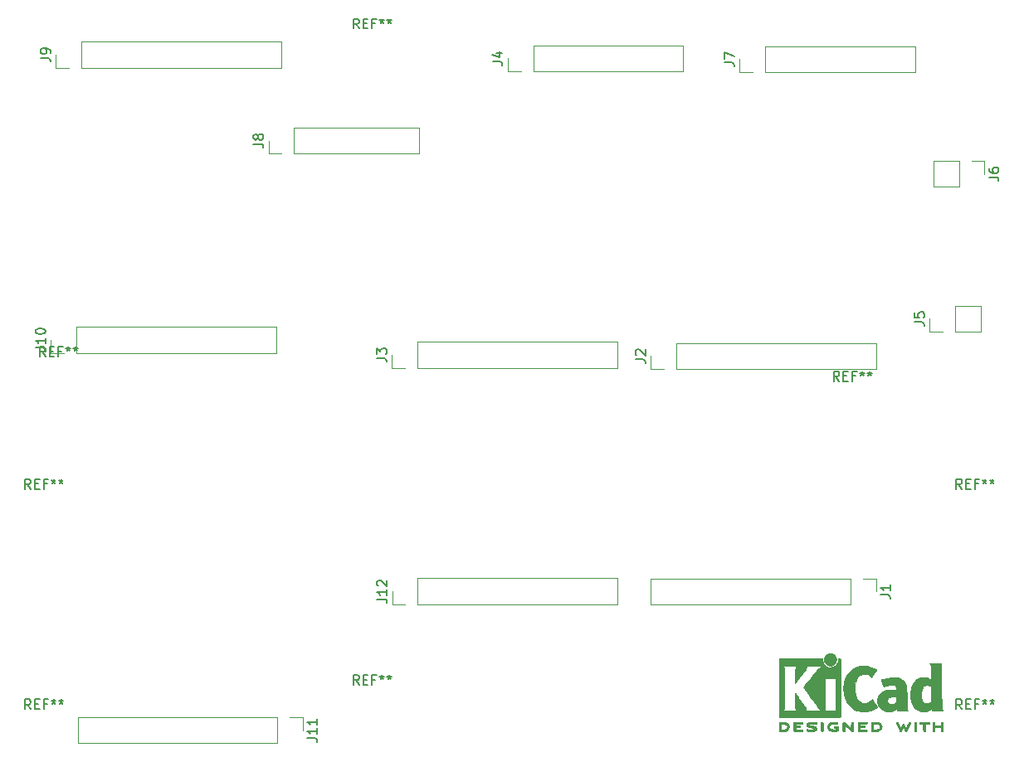
<source format=gbr>
G04 #@! TF.FileFunction,Legend,Top*
%FSLAX46Y46*%
G04 Gerber Fmt 4.6, Leading zero omitted, Abs format (unit mm)*
G04 Created by KiCad (PCBNEW 4.0.7-e2-6376~60~ubuntu17.10.1) date Tue Mar 20 11:33:17 2018*
%MOMM*%
%LPD*%
G01*
G04 APERTURE LIST*
%ADD10C,0.020000*%
%ADD11C,0.010000*%
%ADD12C,0.120000*%
%ADD13C,0.150000*%
G04 APERTURE END LIST*
D10*
D11*
G36*
X77811466Y4063115D02*
X77864031Y4062580D01*
X78018055Y4058864D01*
X78147049Y4047825D01*
X78255411Y4028278D01*
X78347536Y3999041D01*
X78427821Y3958927D01*
X78500662Y3906755D01*
X78526679Y3884091D01*
X78569837Y3831062D01*
X78608753Y3759103D01*
X78638747Y3679340D01*
X78655139Y3602899D01*
X78656842Y3574652D01*
X78646169Y3496350D01*
X78617567Y3410819D01*
X78576163Y3329861D01*
X78527079Y3265278D01*
X78519107Y3257486D01*
X78451574Y3202716D01*
X78377622Y3159961D01*
X78292986Y3128101D01*
X78193403Y3106016D01*
X78074608Y3092586D01*
X77932340Y3086690D01*
X77867174Y3086190D01*
X77784319Y3086589D01*
X77726051Y3088258D01*
X77686904Y3091902D01*
X77661411Y3098231D01*
X77644106Y3107950D01*
X77634830Y3116250D01*
X77626068Y3126332D01*
X77619195Y3139339D01*
X77613982Y3158755D01*
X77610201Y3188064D01*
X77607623Y3230751D01*
X77606020Y3290299D01*
X77605163Y3370194D01*
X77604823Y3473919D01*
X77604771Y3574652D01*
X77604440Y3709005D01*
X77604512Y3816332D01*
X77605790Y3867729D01*
X77800155Y3867729D01*
X77800155Y3281575D01*
X77924149Y3281689D01*
X77998759Y3283828D01*
X78076902Y3289341D01*
X78142100Y3297052D01*
X78144084Y3297369D01*
X78249457Y3322846D01*
X78331188Y3362524D01*
X78393358Y3418986D01*
X78432860Y3480118D01*
X78457200Y3547931D01*
X78455313Y3611605D01*
X78427065Y3679859D01*
X78371812Y3750468D01*
X78295247Y3802789D01*
X78195725Y3837761D01*
X78129213Y3850138D01*
X78053713Y3858830D01*
X77973695Y3865120D01*
X77905636Y3867736D01*
X77901605Y3867748D01*
X77800155Y3867729D01*
X77605790Y3867729D01*
X77606584Y3899643D01*
X77612259Y3961945D01*
X77623133Y4006249D01*
X77640806Y4035564D01*
X77666877Y4052899D01*
X77702945Y4061263D01*
X77750608Y4063665D01*
X77811466Y4063115D01*
X77811466Y4063115D01*
G37*
X77811466Y4063115D02*
X77864031Y4062580D01*
X78018055Y4058864D01*
X78147049Y4047825D01*
X78255411Y4028278D01*
X78347536Y3999041D01*
X78427821Y3958927D01*
X78500662Y3906755D01*
X78526679Y3884091D01*
X78569837Y3831062D01*
X78608753Y3759103D01*
X78638747Y3679340D01*
X78655139Y3602899D01*
X78656842Y3574652D01*
X78646169Y3496350D01*
X78617567Y3410819D01*
X78576163Y3329861D01*
X78527079Y3265278D01*
X78519107Y3257486D01*
X78451574Y3202716D01*
X78377622Y3159961D01*
X78292986Y3128101D01*
X78193403Y3106016D01*
X78074608Y3092586D01*
X77932340Y3086690D01*
X77867174Y3086190D01*
X77784319Y3086589D01*
X77726051Y3088258D01*
X77686904Y3091902D01*
X77661411Y3098231D01*
X77644106Y3107950D01*
X77634830Y3116250D01*
X77626068Y3126332D01*
X77619195Y3139339D01*
X77613982Y3158755D01*
X77610201Y3188064D01*
X77607623Y3230751D01*
X77606020Y3290299D01*
X77605163Y3370194D01*
X77604823Y3473919D01*
X77604771Y3574652D01*
X77604440Y3709005D01*
X77604512Y3816332D01*
X77605790Y3867729D01*
X77800155Y3867729D01*
X77800155Y3281575D01*
X77924149Y3281689D01*
X77998759Y3283828D01*
X78076902Y3289341D01*
X78142100Y3297052D01*
X78144084Y3297369D01*
X78249457Y3322846D01*
X78331188Y3362524D01*
X78393358Y3418986D01*
X78432860Y3480118D01*
X78457200Y3547931D01*
X78455313Y3611605D01*
X78427065Y3679859D01*
X78371812Y3750468D01*
X78295247Y3802789D01*
X78195725Y3837761D01*
X78129213Y3850138D01*
X78053713Y3858830D01*
X77973695Y3865120D01*
X77905636Y3867736D01*
X77901605Y3867748D01*
X77800155Y3867729D01*
X77605790Y3867729D01*
X77606584Y3899643D01*
X77612259Y3961945D01*
X77623133Y4006249D01*
X77640806Y4035564D01*
X77666877Y4052899D01*
X77702945Y4061263D01*
X77750608Y4063665D01*
X77811466Y4063115D01*
G36*
X79686790Y4063008D02*
X79779198Y4062512D01*
X79848947Y4061359D01*
X79899737Y4059280D01*
X79935269Y4056009D01*
X79959242Y4051277D01*
X79975356Y4044817D01*
X79987311Y4036361D01*
X79991641Y4032469D01*
X80017969Y3991120D01*
X80022709Y3943608D01*
X80005390Y3901429D01*
X79997381Y3892904D01*
X79984428Y3884639D01*
X79963572Y3878263D01*
X79930944Y3873465D01*
X79882678Y3869936D01*
X79814906Y3867366D01*
X79723760Y3865443D01*
X79640429Y3864273D01*
X79310628Y3860214D01*
X79301614Y3687374D01*
X79525478Y3687374D01*
X79622666Y3686535D01*
X79693817Y3683028D01*
X79742929Y3675365D01*
X79774003Y3662057D01*
X79791036Y3641619D01*
X79798028Y3612561D01*
X79799090Y3585593D01*
X79795790Y3552503D01*
X79783337Y3528120D01*
X79757900Y3511171D01*
X79715649Y3500381D01*
X79652754Y3494476D01*
X79565385Y3492183D01*
X79517699Y3491989D01*
X79303114Y3491989D01*
X79303114Y3281575D01*
X79633765Y3281575D01*
X79742150Y3281424D01*
X79824523Y3280746D01*
X79884931Y3279204D01*
X79927421Y3276461D01*
X79956039Y3272179D01*
X79974832Y3266021D01*
X79987846Y3257651D01*
X79994475Y3251516D01*
X80017213Y3215711D01*
X80024534Y3183883D01*
X80014081Y3145006D01*
X79994475Y3116250D01*
X79984015Y3107197D01*
X79970512Y3100167D01*
X79950334Y3094906D01*
X79919849Y3091159D01*
X79875425Y3088670D01*
X79813429Y3087185D01*
X79730229Y3086449D01*
X79622193Y3086206D01*
X79566131Y3086190D01*
X79446076Y3086297D01*
X79352446Y3086785D01*
X79281611Y3087911D01*
X79229939Y3089929D01*
X79193797Y3093094D01*
X79169552Y3097661D01*
X79153573Y3103884D01*
X79142227Y3112020D01*
X79137788Y3116250D01*
X79129003Y3126364D01*
X79122116Y3139412D01*
X79116899Y3158890D01*
X79113121Y3188296D01*
X79110550Y3231126D01*
X79108956Y3290876D01*
X79108109Y3371043D01*
X79107778Y3475123D01*
X79107729Y3572032D01*
X79107774Y3696137D01*
X79108086Y3793694D01*
X79108932Y3868214D01*
X79110578Y3923209D01*
X79113291Y3962190D01*
X79117337Y3988667D01*
X79122983Y4006154D01*
X79130494Y4018160D01*
X79140138Y4028197D01*
X79142514Y4030434D01*
X79154045Y4040341D01*
X79167442Y4048012D01*
X79186424Y4053734D01*
X79214705Y4057792D01*
X79256002Y4060472D01*
X79314032Y4062058D01*
X79392511Y4062836D01*
X79495154Y4063092D01*
X79568024Y4063114D01*
X79686790Y4063008D01*
X79686790Y4063008D01*
G37*
X79686790Y4063008D02*
X79779198Y4062512D01*
X79848947Y4061359D01*
X79899737Y4059280D01*
X79935269Y4056009D01*
X79959242Y4051277D01*
X79975356Y4044817D01*
X79987311Y4036361D01*
X79991641Y4032469D01*
X80017969Y3991120D01*
X80022709Y3943608D01*
X80005390Y3901429D01*
X79997381Y3892904D01*
X79984428Y3884639D01*
X79963572Y3878263D01*
X79930944Y3873465D01*
X79882678Y3869936D01*
X79814906Y3867366D01*
X79723760Y3865443D01*
X79640429Y3864273D01*
X79310628Y3860214D01*
X79301614Y3687374D01*
X79525478Y3687374D01*
X79622666Y3686535D01*
X79693817Y3683028D01*
X79742929Y3675365D01*
X79774003Y3662057D01*
X79791036Y3641619D01*
X79798028Y3612561D01*
X79799090Y3585593D01*
X79795790Y3552503D01*
X79783337Y3528120D01*
X79757900Y3511171D01*
X79715649Y3500381D01*
X79652754Y3494476D01*
X79565385Y3492183D01*
X79517699Y3491989D01*
X79303114Y3491989D01*
X79303114Y3281575D01*
X79633765Y3281575D01*
X79742150Y3281424D01*
X79824523Y3280746D01*
X79884931Y3279204D01*
X79927421Y3276461D01*
X79956039Y3272179D01*
X79974832Y3266021D01*
X79987846Y3257651D01*
X79994475Y3251516D01*
X80017213Y3215711D01*
X80024534Y3183883D01*
X80014081Y3145006D01*
X79994475Y3116250D01*
X79984015Y3107197D01*
X79970512Y3100167D01*
X79950334Y3094906D01*
X79919849Y3091159D01*
X79875425Y3088670D01*
X79813429Y3087185D01*
X79730229Y3086449D01*
X79622193Y3086206D01*
X79566131Y3086190D01*
X79446076Y3086297D01*
X79352446Y3086785D01*
X79281611Y3087911D01*
X79229939Y3089929D01*
X79193797Y3093094D01*
X79169552Y3097661D01*
X79153573Y3103884D01*
X79142227Y3112020D01*
X79137788Y3116250D01*
X79129003Y3126364D01*
X79122116Y3139412D01*
X79116899Y3158890D01*
X79113121Y3188296D01*
X79110550Y3231126D01*
X79108956Y3290876D01*
X79108109Y3371043D01*
X79107778Y3475123D01*
X79107729Y3572032D01*
X79107774Y3696137D01*
X79108086Y3793694D01*
X79108932Y3868214D01*
X79110578Y3923209D01*
X79113291Y3962190D01*
X79117337Y3988667D01*
X79122983Y4006154D01*
X79130494Y4018160D01*
X79140138Y4028197D01*
X79142514Y4030434D01*
X79154045Y4040341D01*
X79167442Y4048012D01*
X79186424Y4053734D01*
X79214705Y4057792D01*
X79256002Y4060472D01*
X79314032Y4062058D01*
X79392511Y4062836D01*
X79495154Y4063092D01*
X79568024Y4063114D01*
X79686790Y4063008D01*
G36*
X81046232Y4061403D02*
X81145837Y4054440D01*
X81238476Y4043565D01*
X81318762Y4029186D01*
X81381312Y4011714D01*
X81420739Y3991558D01*
X81426791Y3985625D01*
X81447836Y3939585D01*
X81441454Y3892320D01*
X81408813Y3851882D01*
X81407256Y3850723D01*
X81388057Y3838263D01*
X81368015Y3831711D01*
X81340060Y3830916D01*
X81297121Y3835724D01*
X81232129Y3845985D01*
X81226901Y3846849D01*
X81130059Y3858746D01*
X81025576Y3864615D01*
X80920785Y3864672D01*
X80823018Y3859133D01*
X80739608Y3848215D01*
X80677887Y3832135D01*
X80673832Y3830519D01*
X80629056Y3805431D01*
X80613324Y3780042D01*
X80625640Y3755073D01*
X80665005Y3731244D01*
X80730422Y3709278D01*
X80820894Y3689894D01*
X80881220Y3680562D01*
X81006620Y3662611D01*
X81106355Y3646201D01*
X81184674Y3629912D01*
X81245827Y3612322D01*
X81294061Y3592011D01*
X81333625Y3567557D01*
X81368768Y3537540D01*
X81397009Y3508064D01*
X81430512Y3466993D01*
X81447001Y3431678D01*
X81452157Y3388167D01*
X81452344Y3372232D01*
X81448472Y3319355D01*
X81432993Y3280017D01*
X81406205Y3245100D01*
X81351761Y3191726D01*
X81291050Y3151022D01*
X81219562Y3121660D01*
X81132784Y3102313D01*
X81026206Y3091654D01*
X80895317Y3088355D01*
X80873705Y3088411D01*
X80786422Y3090220D01*
X80699861Y3094331D01*
X80623458Y3100154D01*
X80566650Y3107099D01*
X80562056Y3107896D01*
X80505575Y3121276D01*
X80457668Y3138178D01*
X80430547Y3153629D01*
X80405309Y3194394D01*
X80403551Y3241862D01*
X80425308Y3284165D01*
X80430176Y3288948D01*
X80450298Y3303161D01*
X80475462Y3309284D01*
X80514407Y3308242D01*
X80561685Y3302826D01*
X80614515Y3297987D01*
X80688572Y3293905D01*
X80775029Y3290942D01*
X80865057Y3289463D01*
X80888735Y3289366D01*
X80979098Y3289730D01*
X81045231Y3291484D01*
X81092953Y3295237D01*
X81128082Y3301597D01*
X81156438Y3311173D01*
X81173479Y3319149D01*
X81210924Y3341295D01*
X81234799Y3361352D01*
X81238288Y3367037D01*
X81230927Y3390515D01*
X81195933Y3413243D01*
X81135732Y3434190D01*
X81052749Y3452324D01*
X81028300Y3456363D01*
X80900598Y3476421D01*
X80798680Y3493186D01*
X80718614Y3507877D01*
X80656466Y3521712D01*
X80608302Y3535909D01*
X80570188Y3551687D01*
X80538190Y3570264D01*
X80508376Y3592858D01*
X80476810Y3620687D01*
X80466188Y3630444D01*
X80428947Y3666858D01*
X80409233Y3695708D01*
X80401521Y3728722D01*
X80400273Y3770325D01*
X80414005Y3851909D01*
X80455042Y3921226D01*
X80523150Y3978052D01*
X80618093Y4022163D01*
X80685836Y4041948D01*
X80759461Y4054727D01*
X80847659Y4061956D01*
X80945044Y4064045D01*
X81046232Y4061403D01*
X81046232Y4061403D01*
G37*
X81046232Y4061403D02*
X81145837Y4054440D01*
X81238476Y4043565D01*
X81318762Y4029186D01*
X81381312Y4011714D01*
X81420739Y3991558D01*
X81426791Y3985625D01*
X81447836Y3939585D01*
X81441454Y3892320D01*
X81408813Y3851882D01*
X81407256Y3850723D01*
X81388057Y3838263D01*
X81368015Y3831711D01*
X81340060Y3830916D01*
X81297121Y3835724D01*
X81232129Y3845985D01*
X81226901Y3846849D01*
X81130059Y3858746D01*
X81025576Y3864615D01*
X80920785Y3864672D01*
X80823018Y3859133D01*
X80739608Y3848215D01*
X80677887Y3832135D01*
X80673832Y3830519D01*
X80629056Y3805431D01*
X80613324Y3780042D01*
X80625640Y3755073D01*
X80665005Y3731244D01*
X80730422Y3709278D01*
X80820894Y3689894D01*
X80881220Y3680562D01*
X81006620Y3662611D01*
X81106355Y3646201D01*
X81184674Y3629912D01*
X81245827Y3612322D01*
X81294061Y3592011D01*
X81333625Y3567557D01*
X81368768Y3537540D01*
X81397009Y3508064D01*
X81430512Y3466993D01*
X81447001Y3431678D01*
X81452157Y3388167D01*
X81452344Y3372232D01*
X81448472Y3319355D01*
X81432993Y3280017D01*
X81406205Y3245100D01*
X81351761Y3191726D01*
X81291050Y3151022D01*
X81219562Y3121660D01*
X81132784Y3102313D01*
X81026206Y3091654D01*
X80895317Y3088355D01*
X80873705Y3088411D01*
X80786422Y3090220D01*
X80699861Y3094331D01*
X80623458Y3100154D01*
X80566650Y3107099D01*
X80562056Y3107896D01*
X80505575Y3121276D01*
X80457668Y3138178D01*
X80430547Y3153629D01*
X80405309Y3194394D01*
X80403551Y3241862D01*
X80425308Y3284165D01*
X80430176Y3288948D01*
X80450298Y3303161D01*
X80475462Y3309284D01*
X80514407Y3308242D01*
X80561685Y3302826D01*
X80614515Y3297987D01*
X80688572Y3293905D01*
X80775029Y3290942D01*
X80865057Y3289463D01*
X80888735Y3289366D01*
X80979098Y3289730D01*
X81045231Y3291484D01*
X81092953Y3295237D01*
X81128082Y3301597D01*
X81156438Y3311173D01*
X81173479Y3319149D01*
X81210924Y3341295D01*
X81234799Y3361352D01*
X81238288Y3367037D01*
X81230927Y3390515D01*
X81195933Y3413243D01*
X81135732Y3434190D01*
X81052749Y3452324D01*
X81028300Y3456363D01*
X80900598Y3476421D01*
X80798680Y3493186D01*
X80718614Y3507877D01*
X80656466Y3521712D01*
X80608302Y3535909D01*
X80570188Y3551687D01*
X80538190Y3570264D01*
X80508376Y3592858D01*
X80476810Y3620687D01*
X80466188Y3630444D01*
X80428947Y3666858D01*
X80409233Y3695708D01*
X80401521Y3728722D01*
X80400273Y3770325D01*
X80414005Y3851909D01*
X80455042Y3921226D01*
X80523150Y3978052D01*
X80618093Y4022163D01*
X80685836Y4041948D01*
X80759461Y4054727D01*
X80847659Y4061956D01*
X80945044Y4064045D01*
X81046232Y4061403D01*
G36*
X82068557Y4033054D02*
X82077319Y4022972D01*
X82084192Y4009965D01*
X82089405Y3990549D01*
X82093186Y3961240D01*
X82095764Y3918553D01*
X82097367Y3859005D01*
X82098225Y3779110D01*
X82098564Y3675384D01*
X82098617Y3574652D01*
X82098524Y3449708D01*
X82098093Y3351339D01*
X82097097Y3276059D01*
X82095305Y3220386D01*
X82092491Y3180834D01*
X82088424Y3153919D01*
X82082878Y3136157D01*
X82075623Y3124063D01*
X82068557Y3116250D01*
X82024618Y3090048D01*
X81977800Y3092399D01*
X81935911Y3120976D01*
X81926286Y3132133D01*
X81918765Y3145077D01*
X81913086Y3163388D01*
X81908993Y3190642D01*
X81906225Y3230420D01*
X81904524Y3286298D01*
X81903631Y3361856D01*
X81903287Y3460672D01*
X81903232Y3572546D01*
X81903232Y3989332D01*
X81940123Y4026223D01*
X81985595Y4057260D01*
X82029704Y4058379D01*
X82068557Y4033054D01*
X82068557Y4033054D01*
G37*
X82068557Y4033054D02*
X82077319Y4022972D01*
X82084192Y4009965D01*
X82089405Y3990549D01*
X82093186Y3961240D01*
X82095764Y3918553D01*
X82097367Y3859005D01*
X82098225Y3779110D01*
X82098564Y3675384D01*
X82098617Y3574652D01*
X82098524Y3449708D01*
X82098093Y3351339D01*
X82097097Y3276059D01*
X82095305Y3220386D01*
X82092491Y3180834D01*
X82088424Y3153919D01*
X82082878Y3136157D01*
X82075623Y3124063D01*
X82068557Y3116250D01*
X82024618Y3090048D01*
X81977800Y3092399D01*
X81935911Y3120976D01*
X81926286Y3132133D01*
X81918765Y3145077D01*
X81913086Y3163388D01*
X81908993Y3190642D01*
X81906225Y3230420D01*
X81904524Y3286298D01*
X81903631Y3361856D01*
X81903287Y3460672D01*
X81903232Y3572546D01*
X81903232Y3989332D01*
X81940123Y4026223D01*
X81985595Y4057260D01*
X82029704Y4058379D01*
X82068557Y4033054D01*
G36*
X83364958Y4055748D02*
X83456179Y4040442D01*
X83526238Y4016649D01*
X83571816Y3985320D01*
X83584236Y3967446D01*
X83596866Y3925875D01*
X83588367Y3888268D01*
X83561535Y3852605D01*
X83519844Y3835921D01*
X83459350Y3837276D01*
X83412561Y3846315D01*
X83308592Y3863537D01*
X83202340Y3865173D01*
X83083411Y3851195D01*
X83050560Y3845272D01*
X82939975Y3814093D01*
X82853461Y3767714D01*
X82791967Y3706925D01*
X82756442Y3632516D01*
X82749095Y3594046D01*
X82753904Y3515997D01*
X82784954Y3446943D01*
X82839414Y3388231D01*
X82914456Y3341207D01*
X83007250Y3307217D01*
X83114968Y3287606D01*
X83234779Y3283719D01*
X83363855Y3296904D01*
X83371143Y3298148D01*
X83422482Y3307710D01*
X83450948Y3316946D01*
X83463286Y3330651D01*
X83466242Y3353618D01*
X83466309Y3365781D01*
X83466309Y3416841D01*
X83375143Y3416841D01*
X83294638Y3422356D01*
X83239699Y3439930D01*
X83207734Y3471107D01*
X83196148Y3517430D01*
X83196007Y3523476D01*
X83202785Y3563071D01*
X83226029Y3591343D01*
X83269290Y3610053D01*
X83336119Y3620960D01*
X83400850Y3624970D01*
X83494933Y3627271D01*
X83563176Y3623760D01*
X83609719Y3610805D01*
X83638702Y3584774D01*
X83654265Y3542033D01*
X83660549Y3478950D01*
X83661694Y3396096D01*
X83659818Y3303614D01*
X83654174Y3240706D01*
X83644738Y3207121D01*
X83642907Y3204491D01*
X83591095Y3162526D01*
X83515130Y3129292D01*
X83419828Y3105501D01*
X83310004Y3091861D01*
X83190474Y3089082D01*
X83066054Y3097875D01*
X82992877Y3108675D01*
X82878100Y3141162D01*
X82771424Y3194274D01*
X82682109Y3263205D01*
X82668534Y3276982D01*
X82624428Y3334902D01*
X82584631Y3406684D01*
X82553793Y3481941D01*
X82536563Y3550283D01*
X82534486Y3576531D01*
X82543327Y3631283D01*
X82566825Y3699405D01*
X82600471Y3771110D01*
X82639756Y3836611D01*
X82674465Y3880362D01*
X82755617Y3945441D01*
X82860522Y3997239D01*
X82985420Y4034586D01*
X83126553Y4056307D01*
X83255895Y4061615D01*
X83364958Y4055748D01*
X83364958Y4055748D01*
G37*
X83364958Y4055748D02*
X83456179Y4040442D01*
X83526238Y4016649D01*
X83571816Y3985320D01*
X83584236Y3967446D01*
X83596866Y3925875D01*
X83588367Y3888268D01*
X83561535Y3852605D01*
X83519844Y3835921D01*
X83459350Y3837276D01*
X83412561Y3846315D01*
X83308592Y3863537D01*
X83202340Y3865173D01*
X83083411Y3851195D01*
X83050560Y3845272D01*
X82939975Y3814093D01*
X82853461Y3767714D01*
X82791967Y3706925D01*
X82756442Y3632516D01*
X82749095Y3594046D01*
X82753904Y3515997D01*
X82784954Y3446943D01*
X82839414Y3388231D01*
X82914456Y3341207D01*
X83007250Y3307217D01*
X83114968Y3287606D01*
X83234779Y3283719D01*
X83363855Y3296904D01*
X83371143Y3298148D01*
X83422482Y3307710D01*
X83450948Y3316946D01*
X83463286Y3330651D01*
X83466242Y3353618D01*
X83466309Y3365781D01*
X83466309Y3416841D01*
X83375143Y3416841D01*
X83294638Y3422356D01*
X83239699Y3439930D01*
X83207734Y3471107D01*
X83196148Y3517430D01*
X83196007Y3523476D01*
X83202785Y3563071D01*
X83226029Y3591343D01*
X83269290Y3610053D01*
X83336119Y3620960D01*
X83400850Y3624970D01*
X83494933Y3627271D01*
X83563176Y3623760D01*
X83609719Y3610805D01*
X83638702Y3584774D01*
X83654265Y3542033D01*
X83660549Y3478950D01*
X83661694Y3396096D01*
X83659818Y3303614D01*
X83654174Y3240706D01*
X83644738Y3207121D01*
X83642907Y3204491D01*
X83591095Y3162526D01*
X83515130Y3129292D01*
X83419828Y3105501D01*
X83310004Y3091861D01*
X83190474Y3089082D01*
X83066054Y3097875D01*
X82992877Y3108675D01*
X82878100Y3141162D01*
X82771424Y3194274D01*
X82682109Y3263205D01*
X82668534Y3276982D01*
X82624428Y3334902D01*
X82584631Y3406684D01*
X82553793Y3481941D01*
X82536563Y3550283D01*
X82534486Y3576531D01*
X82543327Y3631283D01*
X82566825Y3699405D01*
X82600471Y3771110D01*
X82639756Y3836611D01*
X82674465Y3880362D01*
X82755617Y3945441D01*
X82860522Y3997239D01*
X82985420Y4034586D01*
X83126553Y4056307D01*
X83255895Y4061615D01*
X83364958Y4055748D01*
G36*
X84230300Y4057280D02*
X84261675Y4038875D01*
X84302698Y4008775D01*
X84355496Y3965564D01*
X84422195Y3907822D01*
X84504921Y3834132D01*
X84605800Y3743076D01*
X84721279Y3638386D01*
X84961753Y3420317D01*
X84969268Y3713016D01*
X84971981Y3813770D01*
X84974598Y3888802D01*
X84977700Y3942440D01*
X84981864Y3979014D01*
X84987669Y4002853D01*
X84995696Y4018286D01*
X85006523Y4029642D01*
X85012264Y4034414D01*
X85058237Y4059647D01*
X85101983Y4055958D01*
X85136685Y4034401D01*
X85172167Y4005689D01*
X85176580Y3586374D01*
X85177801Y3463053D01*
X85178423Y3366176D01*
X85178230Y3292130D01*
X85177006Y3237303D01*
X85174536Y3198081D01*
X85170606Y3170851D01*
X85165000Y3152001D01*
X85157502Y3137919D01*
X85149187Y3126625D01*
X85131198Y3105678D01*
X85113299Y3091793D01*
X85093008Y3086464D01*
X85067842Y3091184D01*
X85035320Y3107447D01*
X84992957Y3136747D01*
X84938272Y3180578D01*
X84868783Y3240433D01*
X84782005Y3317806D01*
X84683705Y3406710D01*
X84330510Y3727089D01*
X84322995Y3435347D01*
X84320277Y3334777D01*
X84317653Y3259920D01*
X84314541Y3206440D01*
X84310358Y3169998D01*
X84304523Y3146256D01*
X84296454Y3130878D01*
X84285569Y3119524D01*
X84279999Y3114898D01*
X84230764Y3089482D01*
X84184243Y3093315D01*
X84143731Y3125791D01*
X84134464Y3138857D01*
X84127241Y3154115D01*
X84121808Y3175228D01*
X84117912Y3205855D01*
X84115299Y3249658D01*
X84113713Y3310297D01*
X84112902Y3391433D01*
X84112612Y3496727D01*
X84112581Y3574652D01*
X84112679Y3696536D01*
X84113141Y3792021D01*
X84114223Y3864769D01*
X84116177Y3918441D01*
X84119258Y3956697D01*
X84123720Y3983197D01*
X84129817Y4001604D01*
X84137803Y4015576D01*
X84143731Y4023513D01*
X84158758Y4042312D01*
X84172802Y4056507D01*
X84187990Y4064678D01*
X84206447Y4065408D01*
X84230300Y4057280D01*
X84230300Y4057280D01*
G37*
X84230300Y4057280D02*
X84261675Y4038875D01*
X84302698Y4008775D01*
X84355496Y3965564D01*
X84422195Y3907822D01*
X84504921Y3834132D01*
X84605800Y3743076D01*
X84721279Y3638386D01*
X84961753Y3420317D01*
X84969268Y3713016D01*
X84971981Y3813770D01*
X84974598Y3888802D01*
X84977700Y3942440D01*
X84981864Y3979014D01*
X84987669Y4002853D01*
X84995696Y4018286D01*
X85006523Y4029642D01*
X85012264Y4034414D01*
X85058237Y4059647D01*
X85101983Y4055958D01*
X85136685Y4034401D01*
X85172167Y4005689D01*
X85176580Y3586374D01*
X85177801Y3463053D01*
X85178423Y3366176D01*
X85178230Y3292130D01*
X85177006Y3237303D01*
X85174536Y3198081D01*
X85170606Y3170851D01*
X85165000Y3152001D01*
X85157502Y3137919D01*
X85149187Y3126625D01*
X85131198Y3105678D01*
X85113299Y3091793D01*
X85093008Y3086464D01*
X85067842Y3091184D01*
X85035320Y3107447D01*
X84992957Y3136747D01*
X84938272Y3180578D01*
X84868783Y3240433D01*
X84782005Y3317806D01*
X84683705Y3406710D01*
X84330510Y3727089D01*
X84322995Y3435347D01*
X84320277Y3334777D01*
X84317653Y3259920D01*
X84314541Y3206440D01*
X84310358Y3169998D01*
X84304523Y3146256D01*
X84296454Y3130878D01*
X84285569Y3119524D01*
X84279999Y3114898D01*
X84230764Y3089482D01*
X84184243Y3093315D01*
X84143731Y3125791D01*
X84134464Y3138857D01*
X84127241Y3154115D01*
X84121808Y3175228D01*
X84117912Y3205855D01*
X84115299Y3249658D01*
X84113713Y3310297D01*
X84112902Y3391433D01*
X84112612Y3496727D01*
X84112581Y3574652D01*
X84112679Y3696536D01*
X84113141Y3792021D01*
X84114223Y3864769D01*
X84116177Y3918441D01*
X84119258Y3956697D01*
X84123720Y3983197D01*
X84129817Y4001604D01*
X84137803Y4015576D01*
X84143731Y4023513D01*
X84158758Y4042312D01*
X84172802Y4056507D01*
X84187990Y4064678D01*
X84206447Y4065408D01*
X84230300Y4057280D01*
G36*
X86267890Y4062857D02*
X86369551Y4061640D01*
X86447456Y4058794D01*
X86504755Y4053650D01*
X86544601Y4045540D01*
X86570142Y4033793D01*
X86584531Y4017742D01*
X86590919Y3996716D01*
X86592455Y3970048D01*
X86592463Y3966898D01*
X86591129Y3936734D01*
X86584825Y3913421D01*
X86570096Y3896018D01*
X86543489Y3883584D01*
X86501548Y3875179D01*
X86440820Y3869859D01*
X86357850Y3866685D01*
X86249185Y3864715D01*
X86215879Y3864279D01*
X85893587Y3860214D01*
X85889080Y3773794D01*
X85884572Y3687374D01*
X86108437Y3687374D01*
X86195895Y3687051D01*
X86258343Y3685687D01*
X86300828Y3682685D01*
X86328397Y3677451D01*
X86346096Y3669389D01*
X86358971Y3657904D01*
X86359054Y3657813D01*
X86382404Y3613053D01*
X86381560Y3564677D01*
X86357053Y3523438D01*
X86352203Y3519199D01*
X86334989Y3508275D01*
X86311400Y3500675D01*
X86276181Y3495827D01*
X86224074Y3493158D01*
X86149824Y3492096D01*
X86102336Y3491989D01*
X85886072Y3491989D01*
X85886072Y3281575D01*
X86214394Y3281575D01*
X86322792Y3281385D01*
X86405109Y3280610D01*
X86465323Y3278940D01*
X86507409Y3276066D01*
X86535345Y3271677D01*
X86553108Y3265465D01*
X86564674Y3257120D01*
X86567589Y3254090D01*
X86589110Y3212090D01*
X86590684Y3164310D01*
X86573029Y3122882D01*
X86559059Y3109587D01*
X86544528Y3102268D01*
X86522012Y3096605D01*
X86487950Y3092401D01*
X86438781Y3089456D01*
X86370942Y3087573D01*
X86280872Y3086554D01*
X86165011Y3086199D01*
X86138817Y3086190D01*
X86021013Y3086268D01*
X85929570Y3086693D01*
X85860788Y3087758D01*
X85810970Y3089755D01*
X85776414Y3092974D01*
X85753424Y3097708D01*
X85738300Y3104247D01*
X85727343Y3112883D01*
X85721332Y3119084D01*
X85712284Y3130067D01*
X85705216Y3143672D01*
X85699883Y3163468D01*
X85696042Y3193022D01*
X85693449Y3235903D01*
X85691861Y3295679D01*
X85691035Y3375917D01*
X85690726Y3480185D01*
X85690688Y3567944D01*
X85690782Y3690916D01*
X85691231Y3787455D01*
X85692282Y3861185D01*
X85694184Y3915734D01*
X85697183Y3954725D01*
X85701529Y3981785D01*
X85707468Y4000540D01*
X85715249Y4014614D01*
X85721838Y4023513D01*
X85752988Y4063114D01*
X86139322Y4063114D01*
X86267890Y4062857D01*
X86267890Y4062857D01*
G37*
X86267890Y4062857D02*
X86369551Y4061640D01*
X86447456Y4058794D01*
X86504755Y4053650D01*
X86544601Y4045540D01*
X86570142Y4033793D01*
X86584531Y4017742D01*
X86590919Y3996716D01*
X86592455Y3970048D01*
X86592463Y3966898D01*
X86591129Y3936734D01*
X86584825Y3913421D01*
X86570096Y3896018D01*
X86543489Y3883584D01*
X86501548Y3875179D01*
X86440820Y3869859D01*
X86357850Y3866685D01*
X86249185Y3864715D01*
X86215879Y3864279D01*
X85893587Y3860214D01*
X85889080Y3773794D01*
X85884572Y3687374D01*
X86108437Y3687374D01*
X86195895Y3687051D01*
X86258343Y3685687D01*
X86300828Y3682685D01*
X86328397Y3677451D01*
X86346096Y3669389D01*
X86358971Y3657904D01*
X86359054Y3657813D01*
X86382404Y3613053D01*
X86381560Y3564677D01*
X86357053Y3523438D01*
X86352203Y3519199D01*
X86334989Y3508275D01*
X86311400Y3500675D01*
X86276181Y3495827D01*
X86224074Y3493158D01*
X86149824Y3492096D01*
X86102336Y3491989D01*
X85886072Y3491989D01*
X85886072Y3281575D01*
X86214394Y3281575D01*
X86322792Y3281385D01*
X86405109Y3280610D01*
X86465323Y3278940D01*
X86507409Y3276066D01*
X86535345Y3271677D01*
X86553108Y3265465D01*
X86564674Y3257120D01*
X86567589Y3254090D01*
X86589110Y3212090D01*
X86590684Y3164310D01*
X86573029Y3122882D01*
X86559059Y3109587D01*
X86544528Y3102268D01*
X86522012Y3096605D01*
X86487950Y3092401D01*
X86438781Y3089456D01*
X86370942Y3087573D01*
X86280872Y3086554D01*
X86165011Y3086199D01*
X86138817Y3086190D01*
X86021013Y3086268D01*
X85929570Y3086693D01*
X85860788Y3087758D01*
X85810970Y3089755D01*
X85776414Y3092974D01*
X85753424Y3097708D01*
X85738300Y3104247D01*
X85727343Y3112883D01*
X85721332Y3119084D01*
X85712284Y3130067D01*
X85705216Y3143672D01*
X85699883Y3163468D01*
X85696042Y3193022D01*
X85693449Y3235903D01*
X85691861Y3295679D01*
X85691035Y3375917D01*
X85690726Y3480185D01*
X85690688Y3567944D01*
X85690782Y3690916D01*
X85691231Y3787455D01*
X85692282Y3861185D01*
X85694184Y3915734D01*
X85697183Y3954725D01*
X85701529Y3981785D01*
X85707468Y4000540D01*
X85715249Y4014614D01*
X85721838Y4023513D01*
X85752988Y4063114D01*
X86139322Y4063114D01*
X86267890Y4062857D01*
G36*
X87316957Y4062837D02*
X87488675Y4057031D01*
X87634729Y4039423D01*
X87757527Y4008961D01*
X87859477Y3964589D01*
X87942988Y3905253D01*
X88010467Y3829900D01*
X88064323Y3737474D01*
X88065382Y3735220D01*
X88097523Y3652500D01*
X88108975Y3579240D01*
X88099694Y3505512D01*
X88069635Y3421389D01*
X88063935Y3408587D01*
X88025059Y3333662D01*
X87981369Y3275767D01*
X87924980Y3226552D01*
X87848012Y3177667D01*
X87843540Y3175115D01*
X87776537Y3142929D01*
X87700805Y3118892D01*
X87611478Y3102173D01*
X87503689Y3091945D01*
X87372572Y3087378D01*
X87326246Y3086981D01*
X87105650Y3086190D01*
X87074500Y3125791D01*
X87065260Y3138813D01*
X87058052Y3154020D01*
X87052624Y3175058D01*
X87048725Y3205574D01*
X87046103Y3249213D01*
X87045248Y3281575D01*
X87253765Y3281575D01*
X87378756Y3281575D01*
X87451897Y3283714D01*
X87526981Y3289343D01*
X87588604Y3297281D01*
X87592323Y3297949D01*
X87701773Y3327312D01*
X87786668Y3371427D01*
X87849692Y3432341D01*
X87893534Y3512100D01*
X87901157Y3533240D01*
X87908630Y3566162D01*
X87905395Y3598688D01*
X87889653Y3641960D01*
X87880164Y3663217D01*
X87849091Y3719704D01*
X87811653Y3759333D01*
X87770461Y3786930D01*
X87687950Y3822842D01*
X87582353Y3848856D01*
X87459338Y3863836D01*
X87370244Y3867132D01*
X87253765Y3867729D01*
X87253765Y3281575D01*
X87045248Y3281575D01*
X87044506Y3309624D01*
X87043684Y3390452D01*
X87043384Y3495343D01*
X87043350Y3577362D01*
X87043350Y3989332D01*
X87080241Y4026223D01*
X87096614Y4041176D01*
X87114317Y4051416D01*
X87139039Y4057823D01*
X87176468Y4061277D01*
X87232293Y4062657D01*
X87312202Y4062843D01*
X87316957Y4062837D01*
X87316957Y4062837D01*
G37*
X87316957Y4062837D02*
X87488675Y4057031D01*
X87634729Y4039423D01*
X87757527Y4008961D01*
X87859477Y3964589D01*
X87942988Y3905253D01*
X88010467Y3829900D01*
X88064323Y3737474D01*
X88065382Y3735220D01*
X88097523Y3652500D01*
X88108975Y3579240D01*
X88099694Y3505512D01*
X88069635Y3421389D01*
X88063935Y3408587D01*
X88025059Y3333662D01*
X87981369Y3275767D01*
X87924980Y3226552D01*
X87848012Y3177667D01*
X87843540Y3175115D01*
X87776537Y3142929D01*
X87700805Y3118892D01*
X87611478Y3102173D01*
X87503689Y3091945D01*
X87372572Y3087378D01*
X87326246Y3086981D01*
X87105650Y3086190D01*
X87074500Y3125791D01*
X87065260Y3138813D01*
X87058052Y3154020D01*
X87052624Y3175058D01*
X87048725Y3205574D01*
X87046103Y3249213D01*
X87045248Y3281575D01*
X87253765Y3281575D01*
X87378756Y3281575D01*
X87451897Y3283714D01*
X87526981Y3289343D01*
X87588604Y3297281D01*
X87592323Y3297949D01*
X87701773Y3327312D01*
X87786668Y3371427D01*
X87849692Y3432341D01*
X87893534Y3512100D01*
X87901157Y3533240D01*
X87908630Y3566162D01*
X87905395Y3598688D01*
X87889653Y3641960D01*
X87880164Y3663217D01*
X87849091Y3719704D01*
X87811653Y3759333D01*
X87770461Y3786930D01*
X87687950Y3822842D01*
X87582353Y3848856D01*
X87459338Y3863836D01*
X87370244Y3867132D01*
X87253765Y3867729D01*
X87253765Y3281575D01*
X87045248Y3281575D01*
X87044506Y3309624D01*
X87043684Y3390452D01*
X87043384Y3495343D01*
X87043350Y3577362D01*
X87043350Y3989332D01*
X87080241Y4026223D01*
X87096614Y4041176D01*
X87114317Y4051416D01*
X87139039Y4057823D01*
X87176468Y4061277D01*
X87232293Y4062657D01*
X87312202Y4062843D01*
X87316957Y4062837D01*
G36*
X90946721Y4060494D02*
X90972802Y4051174D01*
X90973808Y4050718D01*
X91009226Y4023690D01*
X91028740Y3995888D01*
X91032558Y3982852D01*
X91032369Y3965532D01*
X91026996Y3940857D01*
X91015262Y3905760D01*
X90995987Y3857171D01*
X90967996Y3792022D01*
X90930110Y3707243D01*
X90881152Y3599765D01*
X90854205Y3541021D01*
X90805544Y3436151D01*
X90759864Y3339710D01*
X90718908Y3255226D01*
X90684420Y3186224D01*
X90658143Y3136230D01*
X90641820Y3108770D01*
X90638590Y3104977D01*
X90597263Y3088244D01*
X90550583Y3090485D01*
X90513144Y3110837D01*
X90511618Y3112492D01*
X90496725Y3135038D01*
X90471743Y3178953D01*
X90439753Y3238584D01*
X90403834Y3308278D01*
X90390926Y3333961D01*
X90293488Y3529127D01*
X90187280Y3317117D01*
X90149371Y3243863D01*
X90114201Y3180334D01*
X90084642Y3131393D01*
X90063568Y3101902D01*
X90056426Y3095648D01*
X90000912Y3087179D01*
X89955103Y3104977D01*
X89941628Y3123999D01*
X89918310Y3166275D01*
X89887051Y3227644D01*
X89849754Y3303948D01*
X89808320Y3391025D01*
X89764652Y3484717D01*
X89720652Y3580863D01*
X89678222Y3675303D01*
X89639264Y3763879D01*
X89605681Y3842428D01*
X89579375Y3906793D01*
X89562248Y3952813D01*
X89556203Y3976327D01*
X89556265Y3977179D01*
X89570974Y4006768D01*
X89600376Y4036904D01*
X89602107Y4038216D01*
X89638244Y4058642D01*
X89671668Y4058444D01*
X89684196Y4054593D01*
X89699461Y4046271D01*
X89715672Y4029899D01*
X89734773Y4002082D01*
X89758709Y3959424D01*
X89789425Y3898529D01*
X89828865Y3815999D01*
X89864432Y3739817D01*
X89905351Y3651510D01*
X89942018Y3572098D01*
X89972528Y3505728D01*
X89994976Y3456549D01*
X90007457Y3428711D01*
X90009277Y3424356D01*
X90017464Y3431475D01*
X90036279Y3461283D01*
X90063220Y3509428D01*
X90095782Y3571561D01*
X90108740Y3597196D01*
X90152634Y3683759D01*
X90186485Y3746799D01*
X90213071Y3789982D01*
X90235169Y3816972D01*
X90255558Y3831436D01*
X90277014Y3837037D01*
X90290997Y3837670D01*
X90315662Y3835484D01*
X90337276Y3826445D01*
X90358752Y3806827D01*
X90383004Y3772907D01*
X90412944Y3720962D01*
X90451487Y3647266D01*
X90472752Y3605344D01*
X90507246Y3538530D01*
X90537330Y3483123D01*
X90560351Y3443797D01*
X90573654Y3425228D01*
X90575463Y3424455D01*
X90584054Y3439069D01*
X90603288Y3477017D01*
X90631239Y3534328D01*
X90665981Y3607028D01*
X90705587Y3691148D01*
X90725070Y3732930D01*
X90775754Y3840761D01*
X90816567Y3923734D01*
X90849628Y3984558D01*
X90877055Y4025939D01*
X90900966Y4050584D01*
X90923482Y4061200D01*
X90946721Y4060494D01*
X90946721Y4060494D01*
G37*
X90946721Y4060494D02*
X90972802Y4051174D01*
X90973808Y4050718D01*
X91009226Y4023690D01*
X91028740Y3995888D01*
X91032558Y3982852D01*
X91032369Y3965532D01*
X91026996Y3940857D01*
X91015262Y3905760D01*
X90995987Y3857171D01*
X90967996Y3792022D01*
X90930110Y3707243D01*
X90881152Y3599765D01*
X90854205Y3541021D01*
X90805544Y3436151D01*
X90759864Y3339710D01*
X90718908Y3255226D01*
X90684420Y3186224D01*
X90658143Y3136230D01*
X90641820Y3108770D01*
X90638590Y3104977D01*
X90597263Y3088244D01*
X90550583Y3090485D01*
X90513144Y3110837D01*
X90511618Y3112492D01*
X90496725Y3135038D01*
X90471743Y3178953D01*
X90439753Y3238584D01*
X90403834Y3308278D01*
X90390926Y3333961D01*
X90293488Y3529127D01*
X90187280Y3317117D01*
X90149371Y3243863D01*
X90114201Y3180334D01*
X90084642Y3131393D01*
X90063568Y3101902D01*
X90056426Y3095648D01*
X90000912Y3087179D01*
X89955103Y3104977D01*
X89941628Y3123999D01*
X89918310Y3166275D01*
X89887051Y3227644D01*
X89849754Y3303948D01*
X89808320Y3391025D01*
X89764652Y3484717D01*
X89720652Y3580863D01*
X89678222Y3675303D01*
X89639264Y3763879D01*
X89605681Y3842428D01*
X89579375Y3906793D01*
X89562248Y3952813D01*
X89556203Y3976327D01*
X89556265Y3977179D01*
X89570974Y4006768D01*
X89600376Y4036904D01*
X89602107Y4038216D01*
X89638244Y4058642D01*
X89671668Y4058444D01*
X89684196Y4054593D01*
X89699461Y4046271D01*
X89715672Y4029899D01*
X89734773Y4002082D01*
X89758709Y3959424D01*
X89789425Y3898529D01*
X89828865Y3815999D01*
X89864432Y3739817D01*
X89905351Y3651510D01*
X89942018Y3572098D01*
X89972528Y3505728D01*
X89994976Y3456549D01*
X90007457Y3428711D01*
X90009277Y3424356D01*
X90017464Y3431475D01*
X90036279Y3461283D01*
X90063220Y3509428D01*
X90095782Y3571561D01*
X90108740Y3597196D01*
X90152634Y3683759D01*
X90186485Y3746799D01*
X90213071Y3789982D01*
X90235169Y3816972D01*
X90255558Y3831436D01*
X90277014Y3837037D01*
X90290997Y3837670D01*
X90315662Y3835484D01*
X90337276Y3826445D01*
X90358752Y3806827D01*
X90383004Y3772907D01*
X90412944Y3720962D01*
X90451487Y3647266D01*
X90472752Y3605344D01*
X90507246Y3538530D01*
X90537330Y3483123D01*
X90560351Y3443797D01*
X90573654Y3425228D01*
X90575463Y3424455D01*
X90584054Y3439069D01*
X90603288Y3477017D01*
X90631239Y3534328D01*
X90665981Y3607028D01*
X90705587Y3691148D01*
X90725070Y3732930D01*
X90775754Y3840761D01*
X90816567Y3923734D01*
X90849628Y3984558D01*
X90877055Y4025939D01*
X90900966Y4050584D01*
X90923482Y4061200D01*
X90946721Y4060494D01*
G36*
X91537778Y4054047D02*
X91569348Y4034382D01*
X91604830Y4005651D01*
X91604830Y3577558D01*
X91604717Y3452334D01*
X91604233Y3353677D01*
X91603160Y3278094D01*
X91601282Y3222091D01*
X91598380Y3182177D01*
X91594237Y3154858D01*
X91588636Y3136643D01*
X91581359Y3124038D01*
X91576198Y3117828D01*
X91534342Y3090544D01*
X91486679Y3091657D01*
X91444927Y3114922D01*
X91409445Y3143653D01*
X91409445Y4005651D01*
X91444927Y4034382D01*
X91479172Y4055282D01*
X91507137Y4063114D01*
X91537778Y4054047D01*
X91537778Y4054047D01*
G37*
X91537778Y4054047D02*
X91569348Y4034382D01*
X91604830Y4005651D01*
X91604830Y3577558D01*
X91604717Y3452334D01*
X91604233Y3353677D01*
X91603160Y3278094D01*
X91601282Y3222091D01*
X91598380Y3182177D01*
X91594237Y3154858D01*
X91588636Y3136643D01*
X91581359Y3124038D01*
X91576198Y3117828D01*
X91534342Y3090544D01*
X91486679Y3091657D01*
X91444927Y3114922D01*
X91409445Y3143653D01*
X91409445Y4005651D01*
X91444927Y4034382D01*
X91479172Y4055282D01*
X91507137Y4063114D01*
X91537778Y4054047D01*
G36*
X92568851Y4062985D02*
X92673639Y4062481D01*
X92754973Y4061428D01*
X92816154Y4059648D01*
X92860485Y4056967D01*
X92891268Y4053210D01*
X92911805Y4048199D01*
X92925399Y4041761D01*
X92931977Y4036812D01*
X92966118Y3993495D01*
X92970248Y3948521D01*
X92949150Y3907664D01*
X92935353Y3891338D01*
X92920506Y3880206D01*
X92898989Y3873274D01*
X92865182Y3869547D01*
X92813466Y3868030D01*
X92738221Y3867730D01*
X92723443Y3867729D01*
X92529149Y3867729D01*
X92529149Y3507019D01*
X92529021Y3393323D01*
X92528440Y3305839D01*
X92527110Y3240722D01*
X92524734Y3194126D01*
X92521018Y3162205D01*
X92515666Y3141112D01*
X92508381Y3127001D01*
X92499090Y3116250D01*
X92455245Y3089828D01*
X92409474Y3091910D01*
X92367964Y3122055D01*
X92364915Y3125791D01*
X92354986Y3139914D01*
X92347422Y3156438D01*
X92341903Y3179378D01*
X92338107Y3212751D01*
X92335716Y3260569D01*
X92334408Y3326850D01*
X92333865Y3415606D01*
X92333765Y3516561D01*
X92333765Y3867729D01*
X92148224Y3867729D01*
X92068601Y3868268D01*
X92013478Y3870367D01*
X91977306Y3874753D01*
X91954536Y3882148D01*
X91939621Y3893279D01*
X91937810Y3895214D01*
X91916032Y3939467D01*
X91917958Y3989495D01*
X91942995Y4033054D01*
X91952678Y4041504D01*
X91965162Y4048203D01*
X91983777Y4053355D01*
X92011851Y4057163D01*
X92052715Y4059827D01*
X92109696Y4061552D01*
X92186126Y4062540D01*
X92285331Y4062992D01*
X92410643Y4063112D01*
X92437307Y4063114D01*
X92568851Y4062985D01*
X92568851Y4062985D01*
G37*
X92568851Y4062985D02*
X92673639Y4062481D01*
X92754973Y4061428D01*
X92816154Y4059648D01*
X92860485Y4056967D01*
X92891268Y4053210D01*
X92911805Y4048199D01*
X92925399Y4041761D01*
X92931977Y4036812D01*
X92966118Y3993495D01*
X92970248Y3948521D01*
X92949150Y3907664D01*
X92935353Y3891338D01*
X92920506Y3880206D01*
X92898989Y3873274D01*
X92865182Y3869547D01*
X92813466Y3868030D01*
X92738221Y3867730D01*
X92723443Y3867729D01*
X92529149Y3867729D01*
X92529149Y3507019D01*
X92529021Y3393323D01*
X92528440Y3305839D01*
X92527110Y3240722D01*
X92524734Y3194126D01*
X92521018Y3162205D01*
X92515666Y3141112D01*
X92508381Y3127001D01*
X92499090Y3116250D01*
X92455245Y3089828D01*
X92409474Y3091910D01*
X92367964Y3122055D01*
X92364915Y3125791D01*
X92354986Y3139914D01*
X92347422Y3156438D01*
X92341903Y3179378D01*
X92338107Y3212751D01*
X92335716Y3260569D01*
X92334408Y3326850D01*
X92333865Y3415606D01*
X92333765Y3516561D01*
X92333765Y3867729D01*
X92148224Y3867729D01*
X92068601Y3868268D01*
X92013478Y3870367D01*
X91977306Y3874753D01*
X91954536Y3882148D01*
X91939621Y3893279D01*
X91937810Y3895214D01*
X91916032Y3939467D01*
X91917958Y3989495D01*
X91942995Y4033054D01*
X91952678Y4041504D01*
X91965162Y4048203D01*
X91983777Y4053355D01*
X92011851Y4057163D01*
X92052715Y4059827D01*
X92109696Y4061552D01*
X92186126Y4062540D01*
X92285331Y4062992D01*
X92410643Y4063112D01*
X92437307Y4063114D01*
X92568851Y4062985D01*
G36*
X94254033Y4055836D02*
X94295809Y4026223D01*
X94332699Y3989332D01*
X94332699Y3577362D01*
X94332603Y3455038D01*
X94332146Y3359126D01*
X94331077Y3285980D01*
X94329145Y3231954D01*
X94326097Y3193401D01*
X94321683Y3166676D01*
X94315650Y3148130D01*
X94307748Y3134119D01*
X94301549Y3125791D01*
X94260635Y3093075D01*
X94213656Y3089524D01*
X94170718Y3109587D01*
X94156530Y3121432D01*
X94147046Y3137166D01*
X94141325Y3162502D01*
X94138427Y3203154D01*
X94137412Y3264836D01*
X94137315Y3312486D01*
X94137315Y3491989D01*
X93476013Y3491989D01*
X93476013Y3328691D01*
X93475329Y3254019D01*
X93472593Y3202700D01*
X93466778Y3168047D01*
X93456858Y3143369D01*
X93444863Y3125791D01*
X93403720Y3093167D01*
X93357191Y3089304D01*
X93312647Y3112492D01*
X93300486Y3124648D01*
X93291897Y3140763D01*
X93286232Y3165864D01*
X93282843Y3204980D01*
X93281082Y3263138D01*
X93280302Y3345366D01*
X93280210Y3364238D01*
X93279566Y3519167D01*
X93279234Y3646850D01*
X93279342Y3750097D01*
X93280019Y3831721D01*
X93281392Y3894532D01*
X93283590Y3941343D01*
X93286740Y3974965D01*
X93290972Y3998209D01*
X93296412Y4013888D01*
X93303189Y4024813D01*
X93310688Y4033054D01*
X93353107Y4059417D01*
X93397346Y4055836D01*
X93439122Y4026223D01*
X93456027Y4007117D01*
X93466803Y3986013D01*
X93472815Y3955956D01*
X93475430Y3909991D01*
X93476013Y3841164D01*
X93476013Y3687374D01*
X94137315Y3687374D01*
X94137315Y3845185D01*
X94137990Y3917888D01*
X94140700Y3966979D01*
X94146475Y3998888D01*
X94156343Y4020046D01*
X94167374Y4033054D01*
X94209793Y4059417D01*
X94254033Y4055836D01*
X94254033Y4055836D01*
G37*
X94254033Y4055836D02*
X94295809Y4026223D01*
X94332699Y3989332D01*
X94332699Y3577362D01*
X94332603Y3455038D01*
X94332146Y3359126D01*
X94331077Y3285980D01*
X94329145Y3231954D01*
X94326097Y3193401D01*
X94321683Y3166676D01*
X94315650Y3148130D01*
X94307748Y3134119D01*
X94301549Y3125791D01*
X94260635Y3093075D01*
X94213656Y3089524D01*
X94170718Y3109587D01*
X94156530Y3121432D01*
X94147046Y3137166D01*
X94141325Y3162502D01*
X94138427Y3203154D01*
X94137412Y3264836D01*
X94137315Y3312486D01*
X94137315Y3491989D01*
X93476013Y3491989D01*
X93476013Y3328691D01*
X93475329Y3254019D01*
X93472593Y3202700D01*
X93466778Y3168047D01*
X93456858Y3143369D01*
X93444863Y3125791D01*
X93403720Y3093167D01*
X93357191Y3089304D01*
X93312647Y3112492D01*
X93300486Y3124648D01*
X93291897Y3140763D01*
X93286232Y3165864D01*
X93282843Y3204980D01*
X93281082Y3263138D01*
X93280302Y3345366D01*
X93280210Y3364238D01*
X93279566Y3519167D01*
X93279234Y3646850D01*
X93279342Y3750097D01*
X93280019Y3831721D01*
X93281392Y3894532D01*
X93283590Y3941343D01*
X93286740Y3974965D01*
X93290972Y3998209D01*
X93296412Y4013888D01*
X93303189Y4024813D01*
X93310688Y4033054D01*
X93353107Y4059417D01*
X93397346Y4055836D01*
X93439122Y4026223D01*
X93456027Y4007117D01*
X93466803Y3986013D01*
X93472815Y3955956D01*
X93475430Y3909991D01*
X93476013Y3841164D01*
X93476013Y3687374D01*
X94137315Y3687374D01*
X94137315Y3845185D01*
X94137990Y3917888D01*
X94140700Y3966979D01*
X94146475Y3998888D01*
X94156343Y4020046D01*
X94167374Y4033054D01*
X94209793Y4059417D01*
X94254033Y4055836D01*
G36*
X82038498Y10427036D02*
X82052964Y10275341D01*
X82095057Y10132057D01*
X82162827Y10000253D01*
X82254321Y9883002D01*
X82367585Y9783373D01*
X82496710Y9706331D01*
X82638192Y9653581D01*
X82780666Y9628859D01*
X82921324Y9630376D01*
X83057356Y9656343D01*
X83185953Y9704970D01*
X83304306Y9774467D01*
X83409606Y9863046D01*
X83499043Y9968917D01*
X83569808Y10090290D01*
X83619091Y10225377D01*
X83644085Y10372386D01*
X83646664Y10438816D01*
X83646664Y10555895D01*
X83715800Y10555895D01*
X83764139Y10552107D01*
X83799949Y10536398D01*
X83836037Y10504794D01*
X83887137Y10453693D01*
X83887137Y7535922D01*
X83887125Y7186922D01*
X83887082Y6866728D01*
X83886997Y6574086D01*
X83886859Y6307742D01*
X83886658Y6066443D01*
X83886382Y5848935D01*
X83886020Y5653965D01*
X83885562Y5480280D01*
X83884997Y5326625D01*
X83884314Y5191747D01*
X83883503Y5074392D01*
X83882551Y4973307D01*
X83881449Y4887239D01*
X83880185Y4814933D01*
X83878750Y4755137D01*
X83877131Y4706596D01*
X83875318Y4668057D01*
X83873300Y4638267D01*
X83871066Y4615971D01*
X83868606Y4599917D01*
X83865908Y4588850D01*
X83862962Y4581518D01*
X83861521Y4579055D01*
X83855979Y4569720D01*
X83851273Y4561137D01*
X83846175Y4553276D01*
X83839455Y4546105D01*
X83829884Y4539593D01*
X83816234Y4533707D01*
X83797275Y4528418D01*
X83771778Y4523692D01*
X83738515Y4519500D01*
X83696256Y4515809D01*
X83643772Y4512588D01*
X83579834Y4509806D01*
X83503213Y4507430D01*
X83412680Y4505431D01*
X83307006Y4503776D01*
X83184962Y4502433D01*
X83045319Y4501373D01*
X82886848Y4500562D01*
X82708320Y4499970D01*
X82508505Y4499565D01*
X82286175Y4499316D01*
X82040101Y4499191D01*
X81769054Y4499159D01*
X81471804Y4499189D01*
X81147123Y4499249D01*
X80793782Y4499308D01*
X80742679Y4499314D01*
X80387235Y4499371D01*
X80060626Y4499465D01*
X79761628Y4499605D01*
X79489016Y4499801D01*
X79241567Y4500063D01*
X79018056Y4500400D01*
X78817260Y4500821D01*
X78637954Y4501337D01*
X78478913Y4501956D01*
X78338914Y4502689D01*
X78216733Y4503545D01*
X78111145Y4504534D01*
X78020927Y4505666D01*
X77944854Y4506949D01*
X77881701Y4508394D01*
X77830245Y4510011D01*
X77789262Y4511808D01*
X77757528Y4513795D01*
X77733818Y4515983D01*
X77716908Y4518381D01*
X77705574Y4520997D01*
X77699772Y4523219D01*
X77688506Y4527972D01*
X77678162Y4531482D01*
X77668703Y4534992D01*
X77660088Y4539747D01*
X77652278Y4546991D01*
X77645235Y4557969D01*
X77638918Y4573925D01*
X77633289Y4596105D01*
X77628308Y4625751D01*
X77623936Y4664109D01*
X77620134Y4712423D01*
X77616862Y4771938D01*
X77614081Y4843897D01*
X77611753Y4929547D01*
X77609837Y5030129D01*
X77608295Y5146891D01*
X77607086Y5281075D01*
X77606173Y5433926D01*
X77605515Y5606689D01*
X77605074Y5800608D01*
X77604809Y6016927D01*
X77604684Y6256892D01*
X77604656Y6521746D01*
X77604687Y6812734D01*
X77604739Y7131100D01*
X77604771Y7478090D01*
X77604771Y7534208D01*
X77604753Y7884219D01*
X77604719Y8205424D01*
X77604705Y8499077D01*
X77604744Y8766432D01*
X77604869Y9008743D01*
X77605117Y9227263D01*
X77605520Y9423247D01*
X77606113Y9597947D01*
X77606885Y9744297D01*
X78010071Y9744297D01*
X78063046Y9667285D01*
X78077918Y9646292D01*
X78091325Y9627704D01*
X78103344Y9609940D01*
X78114050Y9591422D01*
X78123517Y9570569D01*
X78131823Y9545803D01*
X78139042Y9515543D01*
X78145251Y9478210D01*
X78150524Y9432225D01*
X78154938Y9376008D01*
X78158568Y9307980D01*
X78161490Y9226560D01*
X78163779Y9130170D01*
X78165511Y9017230D01*
X78166762Y8886161D01*
X78167606Y8735382D01*
X78168121Y8563314D01*
X78168381Y8368379D01*
X78168463Y8148995D01*
X78168441Y7903584D01*
X78168392Y7630566D01*
X78168380Y7467315D01*
X78168412Y7178477D01*
X78168457Y6918117D01*
X78168441Y6684654D01*
X78168289Y6476506D01*
X78167926Y6292091D01*
X78167277Y6129829D01*
X78166267Y5988138D01*
X78164821Y5865436D01*
X78162865Y5760143D01*
X78160324Y5670677D01*
X78157123Y5595457D01*
X78153187Y5532901D01*
X78148440Y5481428D01*
X78142810Y5439457D01*
X78136219Y5405407D01*
X78128594Y5377695D01*
X78119860Y5354742D01*
X78109941Y5334964D01*
X78098764Y5316782D01*
X78086253Y5298614D01*
X78072332Y5278878D01*
X78064223Y5267041D01*
X78012602Y5190332D01*
X78720306Y5190332D01*
X78884394Y5190379D01*
X79020853Y5190579D01*
X79132111Y5191027D01*
X79220599Y5191816D01*
X79288744Y5193040D01*
X79338977Y5194791D01*
X79373727Y5197163D01*
X79395422Y5200250D01*
X79406493Y5204144D01*
X79409369Y5208940D01*
X79406479Y5214730D01*
X79404887Y5216634D01*
X79371403Y5265990D01*
X79336924Y5336287D01*
X79305491Y5418833D01*
X79294482Y5453999D01*
X79288336Y5477885D01*
X79283142Y5505925D01*
X79278790Y5540895D01*
X79275172Y5585571D01*
X79272177Y5642731D01*
X79269697Y5715150D01*
X79267622Y5805605D01*
X79265843Y5916872D01*
X79264250Y6051729D01*
X79262734Y6212951D01*
X79262232Y6272463D01*
X79260878Y6439084D01*
X79259868Y6578034D01*
X79259279Y6691699D01*
X79259189Y6782464D01*
X79259676Y6852716D01*
X79260817Y6904841D01*
X79262690Y6941226D01*
X79265373Y6964256D01*
X79268944Y6976318D01*
X79273481Y6979799D01*
X79279061Y6977084D01*
X79285017Y6971338D01*
X79298803Y6954117D01*
X79328170Y6915409D01*
X79371041Y6858050D01*
X79425338Y6784879D01*
X79488983Y6698734D01*
X79559897Y6602451D01*
X79636004Y6498868D01*
X79715225Y6390823D01*
X79795482Y6281153D01*
X79874698Y6172696D01*
X79950794Y6068290D01*
X80021693Y5970771D01*
X80085317Y5882977D01*
X80139587Y5807746D01*
X80182427Y5747916D01*
X80211758Y5706323D01*
X80217840Y5697493D01*
X80248356Y5648362D01*
X80284048Y5584470D01*
X80317863Y5518518D01*
X80322151Y5509623D01*
X80351012Y5445458D01*
X80367768Y5395450D01*
X80375397Y5347753D01*
X80376886Y5291782D01*
X80376042Y5190332D01*
X81913016Y5190332D01*
X81791645Y5315122D01*
X81729341Y5381550D01*
X81662390Y5456744D01*
X81601088Y5528997D01*
X81573895Y5562750D01*
X81533371Y5615399D01*
X81480044Y5686243D01*
X81415473Y5773113D01*
X81341219Y5873838D01*
X81258839Y5986251D01*
X81169894Y6108181D01*
X81075942Y6237458D01*
X80978542Y6371914D01*
X80879255Y6509379D01*
X80779639Y6647683D01*
X80681253Y6784657D01*
X80585656Y6918131D01*
X80494408Y7045936D01*
X80409068Y7165903D01*
X80331195Y7275861D01*
X80262349Y7373642D01*
X80204088Y7457076D01*
X80157971Y7523994D01*
X80125559Y7572226D01*
X80108410Y7599602D01*
X80106070Y7605064D01*
X80116666Y7620143D01*
X80144352Y7656330D01*
X80187311Y7711359D01*
X80243730Y7782967D01*
X80311794Y7868889D01*
X80389687Y7966862D01*
X80475595Y8074622D01*
X80567703Y8189905D01*
X80664197Y8310446D01*
X80763261Y8433981D01*
X80842782Y8532978D01*
X82188794Y8532978D01*
X82196662Y8515727D01*
X82215740Y8486105D01*
X82217134Y8484132D01*
X82242147Y8443987D01*
X82268304Y8394951D01*
X82273495Y8384119D01*
X82278203Y8372897D01*
X82282363Y8359426D01*
X82286017Y8341850D01*
X82289205Y8318315D01*
X82291965Y8286966D01*
X82294339Y8245948D01*
X82296367Y8193408D01*
X82298088Y8127489D01*
X82299544Y8046337D01*
X82300773Y7948098D01*
X82301816Y7830917D01*
X82302714Y7692939D01*
X82303506Y7532309D01*
X82304232Y7347172D01*
X82304933Y7135674D01*
X82305643Y6897551D01*
X82306360Y6651093D01*
X82306938Y6432831D01*
X82307289Y6240905D01*
X82307322Y6073453D01*
X82306948Y5928611D01*
X82306077Y5804520D01*
X82304619Y5699316D01*
X82302484Y5611138D01*
X82299583Y5538124D01*
X82295826Y5478412D01*
X82291123Y5430140D01*
X82285385Y5391446D01*
X82278521Y5360469D01*
X82270442Y5335346D01*
X82261058Y5314215D01*
X82250280Y5295215D01*
X82238017Y5276484D01*
X82226700Y5259885D01*
X82203886Y5224878D01*
X82190377Y5201467D01*
X82188794Y5197180D01*
X82203315Y5195746D01*
X82244845Y5194414D01*
X82310331Y5193215D01*
X82396725Y5192183D01*
X82500974Y5191348D01*
X82620028Y5190743D01*
X82750836Y5190400D01*
X82842581Y5190332D01*
X82982365Y5190626D01*
X83111296Y5191467D01*
X83226462Y5192797D01*
X83324950Y5194557D01*
X83403844Y5196688D01*
X83460232Y5199132D01*
X83491200Y5201829D01*
X83496368Y5203522D01*
X83486120Y5223363D01*
X83475471Y5234054D01*
X83457934Y5256856D01*
X83434983Y5297131D01*
X83419110Y5329829D01*
X83383646Y5408261D01*
X83379552Y6975096D01*
X83375458Y8541930D01*
X82782126Y8541930D01*
X82651897Y8541711D01*
X82531550Y8541087D01*
X82424288Y8540107D01*
X82333313Y8538817D01*
X82261827Y8537268D01*
X82213034Y8535506D01*
X82190135Y8533581D01*
X82188794Y8532978D01*
X80842782Y8532978D01*
X80863080Y8558247D01*
X80961840Y8680979D01*
X81057727Y8799913D01*
X81148924Y8912786D01*
X81233618Y9017332D01*
X81309993Y9111289D01*
X81376236Y9192392D01*
X81430530Y9258376D01*
X81453382Y9285895D01*
X81568268Y9419911D01*
X81670249Y9530757D01*
X81761865Y9621051D01*
X81845654Y9693409D01*
X81858143Y9703218D01*
X81910747Y9743964D01*
X81157356Y9744130D01*
X80403966Y9744297D01*
X80411007Y9680421D01*
X80406610Y9604076D01*
X80377944Y9513178D01*
X80324724Y9407003D01*
X80264403Y9310768D01*
X80242811Y9280619D01*
X80205462Y9230619D01*
X80154583Y9163618D01*
X80092400Y9082469D01*
X80021139Y8990022D01*
X79943028Y8889127D01*
X79860292Y8782637D01*
X79775157Y8673402D01*
X79689851Y8564273D01*
X79606599Y8458101D01*
X79527628Y8357737D01*
X79455165Y8266033D01*
X79391435Y8185839D01*
X79338665Y8120006D01*
X79299082Y8071386D01*
X79274911Y8042830D01*
X79270839Y8038439D01*
X79267032Y8049098D01*
X79264085Y8089430D01*
X79262003Y8159060D01*
X79260791Y8257613D01*
X79260454Y8384716D01*
X79260997Y8539992D01*
X79262207Y8699741D01*
X79263967Y8875629D01*
X79265997Y9024393D01*
X79268627Y9148968D01*
X79272189Y9252289D01*
X79277014Y9337291D01*
X79283433Y9406908D01*
X79291776Y9464076D01*
X79302376Y9511729D01*
X79315563Y9552803D01*
X79331668Y9590233D01*
X79351023Y9626953D01*
X79370570Y9660289D01*
X79421157Y9744297D01*
X78010071Y9744297D01*
X77606885Y9744297D01*
X77606929Y9752618D01*
X77608002Y9888513D01*
X77609367Y10006886D01*
X77611058Y10108991D01*
X77613108Y10196081D01*
X77615552Y10269410D01*
X77618424Y10330231D01*
X77621758Y10379800D01*
X77625587Y10419368D01*
X77629946Y10450190D01*
X77634869Y10473520D01*
X77640390Y10490612D01*
X77646542Y10502718D01*
X77653361Y10511093D01*
X77660880Y10516990D01*
X77669133Y10521664D01*
X77678153Y10526367D01*
X77686136Y10531118D01*
X77693103Y10534548D01*
X77703988Y10537648D01*
X77720248Y10540435D01*
X77743341Y10542926D01*
X77774723Y10545137D01*
X77815852Y10547084D01*
X77868186Y10548784D01*
X77933181Y10550253D01*
X78012295Y10551508D01*
X78106984Y10552566D01*
X78218708Y10553442D01*
X78348921Y10554153D01*
X78499083Y10554715D01*
X78670650Y10555146D01*
X78865079Y10555461D01*
X79083828Y10555677D01*
X79328354Y10555810D01*
X79600115Y10555877D01*
X79881224Y10555895D01*
X82038498Y10555895D01*
X82038498Y10427036D01*
X82038498Y10427036D01*
G37*
X82038498Y10427036D02*
X82052964Y10275341D01*
X82095057Y10132057D01*
X82162827Y10000253D01*
X82254321Y9883002D01*
X82367585Y9783373D01*
X82496710Y9706331D01*
X82638192Y9653581D01*
X82780666Y9628859D01*
X82921324Y9630376D01*
X83057356Y9656343D01*
X83185953Y9704970D01*
X83304306Y9774467D01*
X83409606Y9863046D01*
X83499043Y9968917D01*
X83569808Y10090290D01*
X83619091Y10225377D01*
X83644085Y10372386D01*
X83646664Y10438816D01*
X83646664Y10555895D01*
X83715800Y10555895D01*
X83764139Y10552107D01*
X83799949Y10536398D01*
X83836037Y10504794D01*
X83887137Y10453693D01*
X83887137Y7535922D01*
X83887125Y7186922D01*
X83887082Y6866728D01*
X83886997Y6574086D01*
X83886859Y6307742D01*
X83886658Y6066443D01*
X83886382Y5848935D01*
X83886020Y5653965D01*
X83885562Y5480280D01*
X83884997Y5326625D01*
X83884314Y5191747D01*
X83883503Y5074392D01*
X83882551Y4973307D01*
X83881449Y4887239D01*
X83880185Y4814933D01*
X83878750Y4755137D01*
X83877131Y4706596D01*
X83875318Y4668057D01*
X83873300Y4638267D01*
X83871066Y4615971D01*
X83868606Y4599917D01*
X83865908Y4588850D01*
X83862962Y4581518D01*
X83861521Y4579055D01*
X83855979Y4569720D01*
X83851273Y4561137D01*
X83846175Y4553276D01*
X83839455Y4546105D01*
X83829884Y4539593D01*
X83816234Y4533707D01*
X83797275Y4528418D01*
X83771778Y4523692D01*
X83738515Y4519500D01*
X83696256Y4515809D01*
X83643772Y4512588D01*
X83579834Y4509806D01*
X83503213Y4507430D01*
X83412680Y4505431D01*
X83307006Y4503776D01*
X83184962Y4502433D01*
X83045319Y4501373D01*
X82886848Y4500562D01*
X82708320Y4499970D01*
X82508505Y4499565D01*
X82286175Y4499316D01*
X82040101Y4499191D01*
X81769054Y4499159D01*
X81471804Y4499189D01*
X81147123Y4499249D01*
X80793782Y4499308D01*
X80742679Y4499314D01*
X80387235Y4499371D01*
X80060626Y4499465D01*
X79761628Y4499605D01*
X79489016Y4499801D01*
X79241567Y4500063D01*
X79018056Y4500400D01*
X78817260Y4500821D01*
X78637954Y4501337D01*
X78478913Y4501956D01*
X78338914Y4502689D01*
X78216733Y4503545D01*
X78111145Y4504534D01*
X78020927Y4505666D01*
X77944854Y4506949D01*
X77881701Y4508394D01*
X77830245Y4510011D01*
X77789262Y4511808D01*
X77757528Y4513795D01*
X77733818Y4515983D01*
X77716908Y4518381D01*
X77705574Y4520997D01*
X77699772Y4523219D01*
X77688506Y4527972D01*
X77678162Y4531482D01*
X77668703Y4534992D01*
X77660088Y4539747D01*
X77652278Y4546991D01*
X77645235Y4557969D01*
X77638918Y4573925D01*
X77633289Y4596105D01*
X77628308Y4625751D01*
X77623936Y4664109D01*
X77620134Y4712423D01*
X77616862Y4771938D01*
X77614081Y4843897D01*
X77611753Y4929547D01*
X77609837Y5030129D01*
X77608295Y5146891D01*
X77607086Y5281075D01*
X77606173Y5433926D01*
X77605515Y5606689D01*
X77605074Y5800608D01*
X77604809Y6016927D01*
X77604684Y6256892D01*
X77604656Y6521746D01*
X77604687Y6812734D01*
X77604739Y7131100D01*
X77604771Y7478090D01*
X77604771Y7534208D01*
X77604753Y7884219D01*
X77604719Y8205424D01*
X77604705Y8499077D01*
X77604744Y8766432D01*
X77604869Y9008743D01*
X77605117Y9227263D01*
X77605520Y9423247D01*
X77606113Y9597947D01*
X77606885Y9744297D01*
X78010071Y9744297D01*
X78063046Y9667285D01*
X78077918Y9646292D01*
X78091325Y9627704D01*
X78103344Y9609940D01*
X78114050Y9591422D01*
X78123517Y9570569D01*
X78131823Y9545803D01*
X78139042Y9515543D01*
X78145251Y9478210D01*
X78150524Y9432225D01*
X78154938Y9376008D01*
X78158568Y9307980D01*
X78161490Y9226560D01*
X78163779Y9130170D01*
X78165511Y9017230D01*
X78166762Y8886161D01*
X78167606Y8735382D01*
X78168121Y8563314D01*
X78168381Y8368379D01*
X78168463Y8148995D01*
X78168441Y7903584D01*
X78168392Y7630566D01*
X78168380Y7467315D01*
X78168412Y7178477D01*
X78168457Y6918117D01*
X78168441Y6684654D01*
X78168289Y6476506D01*
X78167926Y6292091D01*
X78167277Y6129829D01*
X78166267Y5988138D01*
X78164821Y5865436D01*
X78162865Y5760143D01*
X78160324Y5670677D01*
X78157123Y5595457D01*
X78153187Y5532901D01*
X78148440Y5481428D01*
X78142810Y5439457D01*
X78136219Y5405407D01*
X78128594Y5377695D01*
X78119860Y5354742D01*
X78109941Y5334964D01*
X78098764Y5316782D01*
X78086253Y5298614D01*
X78072332Y5278878D01*
X78064223Y5267041D01*
X78012602Y5190332D01*
X78720306Y5190332D01*
X78884394Y5190379D01*
X79020853Y5190579D01*
X79132111Y5191027D01*
X79220599Y5191816D01*
X79288744Y5193040D01*
X79338977Y5194791D01*
X79373727Y5197163D01*
X79395422Y5200250D01*
X79406493Y5204144D01*
X79409369Y5208940D01*
X79406479Y5214730D01*
X79404887Y5216634D01*
X79371403Y5265990D01*
X79336924Y5336287D01*
X79305491Y5418833D01*
X79294482Y5453999D01*
X79288336Y5477885D01*
X79283142Y5505925D01*
X79278790Y5540895D01*
X79275172Y5585571D01*
X79272177Y5642731D01*
X79269697Y5715150D01*
X79267622Y5805605D01*
X79265843Y5916872D01*
X79264250Y6051729D01*
X79262734Y6212951D01*
X79262232Y6272463D01*
X79260878Y6439084D01*
X79259868Y6578034D01*
X79259279Y6691699D01*
X79259189Y6782464D01*
X79259676Y6852716D01*
X79260817Y6904841D01*
X79262690Y6941226D01*
X79265373Y6964256D01*
X79268944Y6976318D01*
X79273481Y6979799D01*
X79279061Y6977084D01*
X79285017Y6971338D01*
X79298803Y6954117D01*
X79328170Y6915409D01*
X79371041Y6858050D01*
X79425338Y6784879D01*
X79488983Y6698734D01*
X79559897Y6602451D01*
X79636004Y6498868D01*
X79715225Y6390823D01*
X79795482Y6281153D01*
X79874698Y6172696D01*
X79950794Y6068290D01*
X80021693Y5970771D01*
X80085317Y5882977D01*
X80139587Y5807746D01*
X80182427Y5747916D01*
X80211758Y5706323D01*
X80217840Y5697493D01*
X80248356Y5648362D01*
X80284048Y5584470D01*
X80317863Y5518518D01*
X80322151Y5509623D01*
X80351012Y5445458D01*
X80367768Y5395450D01*
X80375397Y5347753D01*
X80376886Y5291782D01*
X80376042Y5190332D01*
X81913016Y5190332D01*
X81791645Y5315122D01*
X81729341Y5381550D01*
X81662390Y5456744D01*
X81601088Y5528997D01*
X81573895Y5562750D01*
X81533371Y5615399D01*
X81480044Y5686243D01*
X81415473Y5773113D01*
X81341219Y5873838D01*
X81258839Y5986251D01*
X81169894Y6108181D01*
X81075942Y6237458D01*
X80978542Y6371914D01*
X80879255Y6509379D01*
X80779639Y6647683D01*
X80681253Y6784657D01*
X80585656Y6918131D01*
X80494408Y7045936D01*
X80409068Y7165903D01*
X80331195Y7275861D01*
X80262349Y7373642D01*
X80204088Y7457076D01*
X80157971Y7523994D01*
X80125559Y7572226D01*
X80108410Y7599602D01*
X80106070Y7605064D01*
X80116666Y7620143D01*
X80144352Y7656330D01*
X80187311Y7711359D01*
X80243730Y7782967D01*
X80311794Y7868889D01*
X80389687Y7966862D01*
X80475595Y8074622D01*
X80567703Y8189905D01*
X80664197Y8310446D01*
X80763261Y8433981D01*
X80842782Y8532978D01*
X82188794Y8532978D01*
X82196662Y8515727D01*
X82215740Y8486105D01*
X82217134Y8484132D01*
X82242147Y8443987D01*
X82268304Y8394951D01*
X82273495Y8384119D01*
X82278203Y8372897D01*
X82282363Y8359426D01*
X82286017Y8341850D01*
X82289205Y8318315D01*
X82291965Y8286966D01*
X82294339Y8245948D01*
X82296367Y8193408D01*
X82298088Y8127489D01*
X82299544Y8046337D01*
X82300773Y7948098D01*
X82301816Y7830917D01*
X82302714Y7692939D01*
X82303506Y7532309D01*
X82304232Y7347172D01*
X82304933Y7135674D01*
X82305643Y6897551D01*
X82306360Y6651093D01*
X82306938Y6432831D01*
X82307289Y6240905D01*
X82307322Y6073453D01*
X82306948Y5928611D01*
X82306077Y5804520D01*
X82304619Y5699316D01*
X82302484Y5611138D01*
X82299583Y5538124D01*
X82295826Y5478412D01*
X82291123Y5430140D01*
X82285385Y5391446D01*
X82278521Y5360469D01*
X82270442Y5335346D01*
X82261058Y5314215D01*
X82250280Y5295215D01*
X82238017Y5276484D01*
X82226700Y5259885D01*
X82203886Y5224878D01*
X82190377Y5201467D01*
X82188794Y5197180D01*
X82203315Y5195746D01*
X82244845Y5194414D01*
X82310331Y5193215D01*
X82396725Y5192183D01*
X82500974Y5191348D01*
X82620028Y5190743D01*
X82750836Y5190400D01*
X82842581Y5190332D01*
X82982365Y5190626D01*
X83111296Y5191467D01*
X83226462Y5192797D01*
X83324950Y5194557D01*
X83403844Y5196688D01*
X83460232Y5199132D01*
X83491200Y5201829D01*
X83496368Y5203522D01*
X83486120Y5223363D01*
X83475471Y5234054D01*
X83457934Y5256856D01*
X83434983Y5297131D01*
X83419110Y5329829D01*
X83383646Y5408261D01*
X83379552Y6975096D01*
X83375458Y8541930D01*
X82782126Y8541930D01*
X82651897Y8541711D01*
X82531550Y8541087D01*
X82424288Y8540107D01*
X82333313Y8538817D01*
X82261827Y8537268D01*
X82213034Y8535506D01*
X82190135Y8533581D01*
X82188794Y8532978D01*
X80842782Y8532978D01*
X80863080Y8558247D01*
X80961840Y8680979D01*
X81057727Y8799913D01*
X81148924Y8912786D01*
X81233618Y9017332D01*
X81309993Y9111289D01*
X81376236Y9192392D01*
X81430530Y9258376D01*
X81453382Y9285895D01*
X81568268Y9419911D01*
X81670249Y9530757D01*
X81761865Y9621051D01*
X81845654Y9693409D01*
X81858143Y9703218D01*
X81910747Y9743964D01*
X81157356Y9744130D01*
X80403966Y9744297D01*
X80411007Y9680421D01*
X80406610Y9604076D01*
X80377944Y9513178D01*
X80324724Y9407003D01*
X80264403Y9310768D01*
X80242811Y9280619D01*
X80205462Y9230619D01*
X80154583Y9163618D01*
X80092400Y9082469D01*
X80021139Y8990022D01*
X79943028Y8889127D01*
X79860292Y8782637D01*
X79775157Y8673402D01*
X79689851Y8564273D01*
X79606599Y8458101D01*
X79527628Y8357737D01*
X79455165Y8266033D01*
X79391435Y8185839D01*
X79338665Y8120006D01*
X79299082Y8071386D01*
X79274911Y8042830D01*
X79270839Y8038439D01*
X79267032Y8049098D01*
X79264085Y8089430D01*
X79262003Y8159060D01*
X79260791Y8257613D01*
X79260454Y8384716D01*
X79260997Y8539992D01*
X79262207Y8699741D01*
X79263967Y8875629D01*
X79265997Y9024393D01*
X79268627Y9148968D01*
X79272189Y9252289D01*
X79277014Y9337291D01*
X79283433Y9406908D01*
X79291776Y9464076D01*
X79302376Y9511729D01*
X79315563Y9552803D01*
X79331668Y9590233D01*
X79351023Y9626953D01*
X79370570Y9660289D01*
X79421157Y9744297D01*
X78010071Y9744297D01*
X77606885Y9744297D01*
X77606929Y9752618D01*
X77608002Y9888513D01*
X77609367Y10006886D01*
X77611058Y10108991D01*
X77613108Y10196081D01*
X77615552Y10269410D01*
X77618424Y10330231D01*
X77621758Y10379800D01*
X77625587Y10419368D01*
X77629946Y10450190D01*
X77634869Y10473520D01*
X77640390Y10490612D01*
X77646542Y10502718D01*
X77653361Y10511093D01*
X77660880Y10516990D01*
X77669133Y10521664D01*
X77678153Y10526367D01*
X77686136Y10531118D01*
X77693103Y10534548D01*
X77703988Y10537648D01*
X77720248Y10540435D01*
X77743341Y10542926D01*
X77774723Y10545137D01*
X77815852Y10547084D01*
X77868186Y10548784D01*
X77933181Y10550253D01*
X78012295Y10551508D01*
X78106984Y10552566D01*
X78218708Y10553442D01*
X78348921Y10554153D01*
X78499083Y10554715D01*
X78670650Y10555146D01*
X78865079Y10555461D01*
X79083828Y10555677D01*
X79328354Y10555810D01*
X79600115Y10555877D01*
X79881224Y10555895D01*
X82038498Y10555895D01*
X82038498Y10427036D01*
G36*
X86398478Y9814587D02*
X86611684Y9786397D01*
X86829947Y9732957D01*
X87056016Y9653735D01*
X87292638Y9548204D01*
X87307640Y9540822D01*
X87384452Y9503510D01*
X87453080Y9471455D01*
X87508517Y9446894D01*
X87545756Y9432068D01*
X87558498Y9428676D01*
X87584083Y9422009D01*
X87590223Y9416409D01*
X87583428Y9402519D01*
X87562073Y9367520D01*
X87528616Y9315080D01*
X87485514Y9248866D01*
X87435228Y9172546D01*
X87380215Y9089787D01*
X87322934Y9004259D01*
X87265843Y8919627D01*
X87211403Y8839560D01*
X87162070Y8767726D01*
X87120303Y8707792D01*
X87088562Y8663425D01*
X87069305Y8638295D01*
X87066662Y8635380D01*
X87053191Y8641569D01*
X87023447Y8664437D01*
X86982747Y8699746D01*
X86961786Y8719020D01*
X86833324Y8819246D01*
X86691254Y8893058D01*
X86537476Y8939790D01*
X86373892Y8958776D01*
X86281495Y8957217D01*
X86120215Y8934370D01*
X85974807Y8886598D01*
X85844836Y8813552D01*
X85729867Y8714884D01*
X85629466Y8590245D01*
X85543198Y8439284D01*
X85493381Y8324001D01*
X85434998Y8143336D01*
X85391968Y7946982D01*
X85364180Y7740003D01*
X85351525Y7527462D01*
X85353890Y7314422D01*
X85371165Y7105947D01*
X85403239Y6907099D01*
X85450002Y6722942D01*
X85511343Y6558540D01*
X85533020Y6512936D01*
X85623880Y6361046D01*
X85731001Y6232579D01*
X85852808Y6128582D01*
X85987730Y6050102D01*
X86134191Y5998186D01*
X86290620Y5973881D01*
X86345828Y5972093D01*
X86507666Y5986632D01*
X86668011Y6030323D01*
X86824830Y6102262D01*
X86976087Y6201548D01*
X87097784Y6305828D01*
X87159732Y6365115D01*
X87401065Y5969351D01*
X87461106Y5870614D01*
X87516009Y5779798D01*
X87563826Y5700165D01*
X87602611Y5634980D01*
X87630414Y5587506D01*
X87645290Y5561005D01*
X87647223Y5556885D01*
X87636267Y5544051D01*
X87602213Y5521044D01*
X87549365Y5490045D01*
X87482031Y5453231D01*
X87404514Y5412782D01*
X87321122Y5370878D01*
X87236160Y5329697D01*
X87153934Y5291418D01*
X87078749Y5258222D01*
X87014911Y5232285D01*
X86983687Y5221063D01*
X86805597Y5170718D01*
X86622011Y5137430D01*
X86425362Y5120117D01*
X86256561Y5117017D01*
X86166087Y5118475D01*
X86078749Y5121268D01*
X86002288Y5125051D01*
X85944450Y5129482D01*
X85925671Y5131723D01*
X85740592Y5170113D01*
X85552169Y5230183D01*
X85369130Y5308358D01*
X85200207Y5401060D01*
X85097019Y5471196D01*
X84927394Y5615251D01*
X84769890Y5783758D01*
X84627425Y5972552D01*
X84502917Y6177469D01*
X84399282Y6394345D01*
X84340896Y6550510D01*
X84273998Y6794984D01*
X84229399Y7053996D01*
X84207085Y7321941D01*
X84207041Y7593215D01*
X84229254Y7862213D01*
X84273711Y8123331D01*
X84340396Y8370965D01*
X84345477Y8386394D01*
X84429198Y8602145D01*
X84531376Y8799077D01*
X84655478Y8982761D01*
X84804970Y9158772D01*
X84863370Y9219033D01*
X85044624Y9384044D01*
X85230957Y9520565D01*
X85425229Y9630081D01*
X85630299Y9714079D01*
X85849030Y9774045D01*
X85976250Y9797330D01*
X86187583Y9818055D01*
X86398478Y9814587D01*
X86398478Y9814587D01*
G37*
X86398478Y9814587D02*
X86611684Y9786397D01*
X86829947Y9732957D01*
X87056016Y9653735D01*
X87292638Y9548204D01*
X87307640Y9540822D01*
X87384452Y9503510D01*
X87453080Y9471455D01*
X87508517Y9446894D01*
X87545756Y9432068D01*
X87558498Y9428676D01*
X87584083Y9422009D01*
X87590223Y9416409D01*
X87583428Y9402519D01*
X87562073Y9367520D01*
X87528616Y9315080D01*
X87485514Y9248866D01*
X87435228Y9172546D01*
X87380215Y9089787D01*
X87322934Y9004259D01*
X87265843Y8919627D01*
X87211403Y8839560D01*
X87162070Y8767726D01*
X87120303Y8707792D01*
X87088562Y8663425D01*
X87069305Y8638295D01*
X87066662Y8635380D01*
X87053191Y8641569D01*
X87023447Y8664437D01*
X86982747Y8699746D01*
X86961786Y8719020D01*
X86833324Y8819246D01*
X86691254Y8893058D01*
X86537476Y8939790D01*
X86373892Y8958776D01*
X86281495Y8957217D01*
X86120215Y8934370D01*
X85974807Y8886598D01*
X85844836Y8813552D01*
X85729867Y8714884D01*
X85629466Y8590245D01*
X85543198Y8439284D01*
X85493381Y8324001D01*
X85434998Y8143336D01*
X85391968Y7946982D01*
X85364180Y7740003D01*
X85351525Y7527462D01*
X85353890Y7314422D01*
X85371165Y7105947D01*
X85403239Y6907099D01*
X85450002Y6722942D01*
X85511343Y6558540D01*
X85533020Y6512936D01*
X85623880Y6361046D01*
X85731001Y6232579D01*
X85852808Y6128582D01*
X85987730Y6050102D01*
X86134191Y5998186D01*
X86290620Y5973881D01*
X86345828Y5972093D01*
X86507666Y5986632D01*
X86668011Y6030323D01*
X86824830Y6102262D01*
X86976087Y6201548D01*
X87097784Y6305828D01*
X87159732Y6365115D01*
X87401065Y5969351D01*
X87461106Y5870614D01*
X87516009Y5779798D01*
X87563826Y5700165D01*
X87602611Y5634980D01*
X87630414Y5587506D01*
X87645290Y5561005D01*
X87647223Y5556885D01*
X87636267Y5544051D01*
X87602213Y5521044D01*
X87549365Y5490045D01*
X87482031Y5453231D01*
X87404514Y5412782D01*
X87321122Y5370878D01*
X87236160Y5329697D01*
X87153934Y5291418D01*
X87078749Y5258222D01*
X87014911Y5232285D01*
X86983687Y5221063D01*
X86805597Y5170718D01*
X86622011Y5137430D01*
X86425362Y5120117D01*
X86256561Y5117017D01*
X86166087Y5118475D01*
X86078749Y5121268D01*
X86002288Y5125051D01*
X85944450Y5129482D01*
X85925671Y5131723D01*
X85740592Y5170113D01*
X85552169Y5230183D01*
X85369130Y5308358D01*
X85200207Y5401060D01*
X85097019Y5471196D01*
X84927394Y5615251D01*
X84769890Y5783758D01*
X84627425Y5972552D01*
X84502917Y6177469D01*
X84399282Y6394345D01*
X84340896Y6550510D01*
X84273998Y6794984D01*
X84229399Y7053996D01*
X84207085Y7321941D01*
X84207041Y7593215D01*
X84229254Y7862213D01*
X84273711Y8123331D01*
X84340396Y8370965D01*
X84345477Y8386394D01*
X84429198Y8602145D01*
X84531376Y8799077D01*
X84655478Y8982761D01*
X84804970Y9158772D01*
X84863370Y9219033D01*
X85044624Y9384044D01*
X85230957Y9520565D01*
X85425229Y9630081D01*
X85630299Y9714079D01*
X85849030Y9774045D01*
X85976250Y9797330D01*
X86187583Y9818055D01*
X86398478Y9814587D01*
G36*
X89520712Y8593089D02*
X89722970Y8566442D01*
X89903056Y8521662D01*
X90062131Y8458391D01*
X90201358Y8376273D01*
X90304685Y8291651D01*
X90396336Y8192952D01*
X90467886Y8086747D01*
X90525006Y7963968D01*
X90545608Y7906627D01*
X90562728Y7854729D01*
X90577642Y7806605D01*
X90590522Y7759814D01*
X90601540Y7711916D01*
X90610870Y7660473D01*
X90618683Y7603044D01*
X90625152Y7537190D01*
X90630450Y7460471D01*
X90634750Y7370448D01*
X90638223Y7264680D01*
X90641043Y7140729D01*
X90643382Y6996154D01*
X90645413Y6828516D01*
X90647308Y6635375D01*
X90648975Y6445303D01*
X90650741Y6237357D01*
X90652346Y6057263D01*
X90653957Y5902816D01*
X90655740Y5771811D01*
X90657863Y5662043D01*
X90660492Y5571307D01*
X90663796Y5497398D01*
X90667939Y5438110D01*
X90673090Y5391238D01*
X90679416Y5354577D01*
X90687083Y5325923D01*
X90696258Y5303070D01*
X90707108Y5283812D01*
X90719801Y5265945D01*
X90734503Y5247264D01*
X90740229Y5240031D01*
X90761290Y5209624D01*
X90770658Y5188918D01*
X90770688Y5188306D01*
X90756206Y5185378D01*
X90714953Y5182682D01*
X90650217Y5180291D01*
X90565284Y5178282D01*
X90463443Y5176731D01*
X90347980Y5175714D01*
X90222184Y5175307D01*
X90207663Y5175303D01*
X89644639Y5175303D01*
X89640296Y5303202D01*
X89635954Y5431102D01*
X89553291Y5363219D01*
X89423710Y5273334D01*
X89277392Y5200519D01*
X89162276Y5160273D01*
X89070318Y5140718D01*
X88959346Y5127413D01*
X88839835Y5120775D01*
X88722257Y5121217D01*
X88617087Y5129155D01*
X88568853Y5136762D01*
X88382438Y5187170D01*
X88214120Y5260186D01*
X88065116Y5354723D01*
X87936644Y5469695D01*
X87829919Y5604014D01*
X87746160Y5756593D01*
X87687080Y5924466D01*
X87670658Y5999799D01*
X87660527Y6082609D01*
X87655696Y6182245D01*
X87655037Y6227374D01*
X87655124Y6231614D01*
X88666876Y6231614D01*
X88679249Y6131693D01*
X88716776Y6046717D01*
X88781305Y5972643D01*
X88788038Y5966768D01*
X88852335Y5920401D01*
X88921178Y5890336D01*
X89002034Y5874465D01*
X89102369Y5870680D01*
X89126477Y5871220D01*
X89198129Y5874751D01*
X89251423Y5881962D01*
X89298043Y5895494D01*
X89349672Y5917988D01*
X89363840Y5924882D01*
X89444588Y5972582D01*
X89506921Y6029341D01*
X89523879Y6049629D01*
X89583350Y6124866D01*
X89583350Y6385647D01*
X89582637Y6490354D01*
X89580387Y6567508D01*
X89576435Y6619582D01*
X89570616Y6649051D01*
X89565178Y6657660D01*
X89543975Y6661872D01*
X89498998Y6665363D01*
X89436525Y6667804D01*
X89362839Y6668866D01*
X89351006Y6668886D01*
X89190210Y6661891D01*
X89053519Y6640367D01*
X88938285Y6603491D01*
X88841861Y6550440D01*
X88768729Y6487933D01*
X88709421Y6410865D01*
X88676505Y6326925D01*
X88666876Y6231614D01*
X87655124Y6231614D01*
X87657611Y6352196D01*
X87668721Y6457239D01*
X87690349Y6552062D01*
X87724481Y6646223D01*
X87756429Y6715949D01*
X87834472Y6842824D01*
X87938447Y6960018D01*
X88065190Y7065398D01*
X88211538Y7156832D01*
X88374326Y7232186D01*
X88550391Y7289328D01*
X88636486Y7309218D01*
X88817794Y7338647D01*
X89015428Y7358063D01*
X89217070Y7366558D01*
X89385566Y7364385D01*
X89601095Y7355360D01*
X89591217Y7433882D01*
X89565531Y7565890D01*
X89524081Y7673358D01*
X89465721Y7757108D01*
X89389303Y7817965D01*
X89293681Y7856752D01*
X89177710Y7874294D01*
X89040241Y7871413D01*
X88989682Y7866086D01*
X88801706Y7832578D01*
X88619558Y7777947D01*
X88493705Y7727354D01*
X88433581Y7701559D01*
X88382414Y7680829D01*
X88347331Y7667989D01*
X88337095Y7665263D01*
X88324122Y7677350D01*
X88301863Y7715918D01*
X88270110Y7781405D01*
X88228652Y7874244D01*
X88177281Y7994873D01*
X88168497Y8015895D01*
X88128481Y8112175D01*
X88092561Y8199175D01*
X88062289Y8273091D01*
X88039216Y8330119D01*
X88024894Y8366453D01*
X88020758Y8378221D01*
X88034070Y8384551D01*
X88069053Y8391577D01*
X88106694Y8396475D01*
X88146843Y8402808D01*
X88210466Y8415383D01*
X88291917Y8432968D01*
X88385556Y8454330D01*
X88485740Y8478235D01*
X88523765Y8487585D01*
X88663639Y8521652D01*
X88780351Y8548362D01*
X88879655Y8568569D01*
X88967305Y8583126D01*
X89049056Y8592887D01*
X89130661Y8598704D01*
X89217876Y8601430D01*
X89295118Y8601960D01*
X89520712Y8593089D01*
X89520712Y8593089D01*
G37*
X89520712Y8593089D02*
X89722970Y8566442D01*
X89903056Y8521662D01*
X90062131Y8458391D01*
X90201358Y8376273D01*
X90304685Y8291651D01*
X90396336Y8192952D01*
X90467886Y8086747D01*
X90525006Y7963968D01*
X90545608Y7906627D01*
X90562728Y7854729D01*
X90577642Y7806605D01*
X90590522Y7759814D01*
X90601540Y7711916D01*
X90610870Y7660473D01*
X90618683Y7603044D01*
X90625152Y7537190D01*
X90630450Y7460471D01*
X90634750Y7370448D01*
X90638223Y7264680D01*
X90641043Y7140729D01*
X90643382Y6996154D01*
X90645413Y6828516D01*
X90647308Y6635375D01*
X90648975Y6445303D01*
X90650741Y6237357D01*
X90652346Y6057263D01*
X90653957Y5902816D01*
X90655740Y5771811D01*
X90657863Y5662043D01*
X90660492Y5571307D01*
X90663796Y5497398D01*
X90667939Y5438110D01*
X90673090Y5391238D01*
X90679416Y5354577D01*
X90687083Y5325923D01*
X90696258Y5303070D01*
X90707108Y5283812D01*
X90719801Y5265945D01*
X90734503Y5247264D01*
X90740229Y5240031D01*
X90761290Y5209624D01*
X90770658Y5188918D01*
X90770688Y5188306D01*
X90756206Y5185378D01*
X90714953Y5182682D01*
X90650217Y5180291D01*
X90565284Y5178282D01*
X90463443Y5176731D01*
X90347980Y5175714D01*
X90222184Y5175307D01*
X90207663Y5175303D01*
X89644639Y5175303D01*
X89640296Y5303202D01*
X89635954Y5431102D01*
X89553291Y5363219D01*
X89423710Y5273334D01*
X89277392Y5200519D01*
X89162276Y5160273D01*
X89070318Y5140718D01*
X88959346Y5127413D01*
X88839835Y5120775D01*
X88722257Y5121217D01*
X88617087Y5129155D01*
X88568853Y5136762D01*
X88382438Y5187170D01*
X88214120Y5260186D01*
X88065116Y5354723D01*
X87936644Y5469695D01*
X87829919Y5604014D01*
X87746160Y5756593D01*
X87687080Y5924466D01*
X87670658Y5999799D01*
X87660527Y6082609D01*
X87655696Y6182245D01*
X87655037Y6227374D01*
X87655124Y6231614D01*
X88666876Y6231614D01*
X88679249Y6131693D01*
X88716776Y6046717D01*
X88781305Y5972643D01*
X88788038Y5966768D01*
X88852335Y5920401D01*
X88921178Y5890336D01*
X89002034Y5874465D01*
X89102369Y5870680D01*
X89126477Y5871220D01*
X89198129Y5874751D01*
X89251423Y5881962D01*
X89298043Y5895494D01*
X89349672Y5917988D01*
X89363840Y5924882D01*
X89444588Y5972582D01*
X89506921Y6029341D01*
X89523879Y6049629D01*
X89583350Y6124866D01*
X89583350Y6385647D01*
X89582637Y6490354D01*
X89580387Y6567508D01*
X89576435Y6619582D01*
X89570616Y6649051D01*
X89565178Y6657660D01*
X89543975Y6661872D01*
X89498998Y6665363D01*
X89436525Y6667804D01*
X89362839Y6668866D01*
X89351006Y6668886D01*
X89190210Y6661891D01*
X89053519Y6640367D01*
X88938285Y6603491D01*
X88841861Y6550440D01*
X88768729Y6487933D01*
X88709421Y6410865D01*
X88676505Y6326925D01*
X88666876Y6231614D01*
X87655124Y6231614D01*
X87657611Y6352196D01*
X87668721Y6457239D01*
X87690349Y6552062D01*
X87724481Y6646223D01*
X87756429Y6715949D01*
X87834472Y6842824D01*
X87938447Y6960018D01*
X88065190Y7065398D01*
X88211538Y7156832D01*
X88374326Y7232186D01*
X88550391Y7289328D01*
X88636486Y7309218D01*
X88817794Y7338647D01*
X89015428Y7358063D01*
X89217070Y7366558D01*
X89385566Y7364385D01*
X89601095Y7355360D01*
X89591217Y7433882D01*
X89565531Y7565890D01*
X89524081Y7673358D01*
X89465721Y7757108D01*
X89389303Y7817965D01*
X89293681Y7856752D01*
X89177710Y7874294D01*
X89040241Y7871413D01*
X88989682Y7866086D01*
X88801706Y7832578D01*
X88619558Y7777947D01*
X88493705Y7727354D01*
X88433581Y7701559D01*
X88382414Y7680829D01*
X88347331Y7667989D01*
X88337095Y7665263D01*
X88324122Y7677350D01*
X88301863Y7715918D01*
X88270110Y7781405D01*
X88228652Y7874244D01*
X88177281Y7994873D01*
X88168497Y8015895D01*
X88128481Y8112175D01*
X88092561Y8199175D01*
X88062289Y8273091D01*
X88039216Y8330119D01*
X88024894Y8366453D01*
X88020758Y8378221D01*
X88034070Y8384551D01*
X88069053Y8391577D01*
X88106694Y8396475D01*
X88146843Y8402808D01*
X88210466Y8415383D01*
X88291917Y8432968D01*
X88385556Y8454330D01*
X88485740Y8478235D01*
X88523765Y8487585D01*
X88663639Y8521652D01*
X88780351Y8548362D01*
X88879655Y8568569D01*
X88967305Y8583126D01*
X89049056Y8592887D01*
X89130661Y8598704D01*
X89217876Y8601430D01*
X89295118Y8601960D01*
X89520712Y8593089D01*
G36*
X94197694Y7786693D02*
X94197720Y7474599D01*
X94197755Y7191098D01*
X94197851Y6934724D01*
X94198061Y6704012D01*
X94198436Y6497495D01*
X94199029Y6313709D01*
X94199890Y6151186D01*
X94201073Y6008462D01*
X94202628Y5884070D01*
X94204609Y5776545D01*
X94207066Y5684420D01*
X94210053Y5606230D01*
X94213620Y5540509D01*
X94217819Y5485791D01*
X94222704Y5440611D01*
X94228324Y5403502D01*
X94234733Y5372998D01*
X94241983Y5347634D01*
X94250125Y5325945D01*
X94259210Y5306463D01*
X94269293Y5287723D01*
X94280423Y5268260D01*
X94287337Y5256136D01*
X94332956Y5175303D01*
X93190451Y5175303D01*
X93190451Y5303054D01*
X93189477Y5360787D01*
X93186878Y5404941D01*
X93183138Y5428614D01*
X93181485Y5430806D01*
X93166278Y5421641D01*
X93136037Y5397885D01*
X93105815Y5372091D01*
X93033144Y5317859D01*
X92940643Y5263268D01*
X92838059Y5213335D01*
X92735139Y5173073D01*
X92694063Y5160227D01*
X92602869Y5140835D01*
X92492563Y5127573D01*
X92373549Y5120858D01*
X92256225Y5121107D01*
X92150993Y5128736D01*
X92100806Y5136468D01*
X91916950Y5187142D01*
X91747465Y5263993D01*
X91593266Y5366323D01*
X91455264Y5493432D01*
X91334371Y5644620D01*
X91245434Y5792133D01*
X91172385Y5947577D01*
X91116468Y6106474D01*
X91076531Y6274217D01*
X91051427Y6456199D01*
X91040006Y6657815D01*
X91039039Y6760924D01*
X91041827Y6836515D01*
X92145680Y6836515D01*
X92145957Y6712608D01*
X92149835Y6595861D01*
X92157374Y6493240D01*
X92168631Y6411711D01*
X92172071Y6395281D01*
X92214409Y6252448D01*
X92269872Y6136587D01*
X92338923Y6047406D01*
X92422024Y5984616D01*
X92519638Y5947923D01*
X92632230Y5937039D01*
X92760261Y5951670D01*
X92844771Y5972602D01*
X92910198Y5996819D01*
X92982263Y6031232D01*
X93036398Y6062788D01*
X93130333Y6124520D01*
X93130333Y7655840D01*
X93040589Y7713844D01*
X92936043Y7768327D01*
X92823962Y7803809D01*
X92710631Y7819684D01*
X92602337Y7815348D01*
X92505365Y7790195D01*
X92462823Y7769467D01*
X92385705Y7712222D01*
X92320525Y7636638D01*
X92265733Y7539952D01*
X92219781Y7419402D01*
X92181117Y7272227D01*
X92179411Y7264415D01*
X92165870Y7181533D01*
X92155696Y7077944D01*
X92148946Y6960616D01*
X92145680Y6836515D01*
X91041827Y6836515D01*
X91049492Y7044259D01*
X91078708Y7304987D01*
X91126616Y7542937D01*
X91193148Y7757936D01*
X91278235Y7949810D01*
X91381807Y8118386D01*
X91503795Y8263492D01*
X91644131Y8384955D01*
X91704261Y8426162D01*
X91838661Y8500915D01*
X91976177Y8553651D01*
X92122744Y8585817D01*
X92284293Y8598857D01*
X92407451Y8597465D01*
X92580068Y8582865D01*
X92729971Y8553821D01*
X92861498Y8508997D01*
X92978985Y8447060D01*
X93044043Y8401511D01*
X93083140Y8372335D01*
X93112018Y8352404D01*
X93122948Y8346545D01*
X93125098Y8360963D01*
X93126816Y8401773D01*
X93128120Y8465313D01*
X93129025Y8547920D01*
X93129548Y8645930D01*
X93129707Y8755681D01*
X93129518Y8873509D01*
X93128998Y8995753D01*
X93128164Y9118747D01*
X93127032Y9238830D01*
X93125619Y9352339D01*
X93123943Y9455610D01*
X93122020Y9544980D01*
X93119866Y9616787D01*
X93117500Y9667367D01*
X93116845Y9676664D01*
X93106757Y9770413D01*
X93091365Y9843836D01*
X93067748Y9906571D01*
X93032987Y9968258D01*
X93024643Y9981013D01*
X92992115Y10029859D01*
X94197433Y10029859D01*
X94197694Y7786693D01*
X94197694Y7786693D01*
G37*
X94197694Y7786693D02*
X94197720Y7474599D01*
X94197755Y7191098D01*
X94197851Y6934724D01*
X94198061Y6704012D01*
X94198436Y6497495D01*
X94199029Y6313709D01*
X94199890Y6151186D01*
X94201073Y6008462D01*
X94202628Y5884070D01*
X94204609Y5776545D01*
X94207066Y5684420D01*
X94210053Y5606230D01*
X94213620Y5540509D01*
X94217819Y5485791D01*
X94222704Y5440611D01*
X94228324Y5403502D01*
X94234733Y5372998D01*
X94241983Y5347634D01*
X94250125Y5325945D01*
X94259210Y5306463D01*
X94269293Y5287723D01*
X94280423Y5268260D01*
X94287337Y5256136D01*
X94332956Y5175303D01*
X93190451Y5175303D01*
X93190451Y5303054D01*
X93189477Y5360787D01*
X93186878Y5404941D01*
X93183138Y5428614D01*
X93181485Y5430806D01*
X93166278Y5421641D01*
X93136037Y5397885D01*
X93105815Y5372091D01*
X93033144Y5317859D01*
X92940643Y5263268D01*
X92838059Y5213335D01*
X92735139Y5173073D01*
X92694063Y5160227D01*
X92602869Y5140835D01*
X92492563Y5127573D01*
X92373549Y5120858D01*
X92256225Y5121107D01*
X92150993Y5128736D01*
X92100806Y5136468D01*
X91916950Y5187142D01*
X91747465Y5263993D01*
X91593266Y5366323D01*
X91455264Y5493432D01*
X91334371Y5644620D01*
X91245434Y5792133D01*
X91172385Y5947577D01*
X91116468Y6106474D01*
X91076531Y6274217D01*
X91051427Y6456199D01*
X91040006Y6657815D01*
X91039039Y6760924D01*
X91041827Y6836515D01*
X92145680Y6836515D01*
X92145957Y6712608D01*
X92149835Y6595861D01*
X92157374Y6493240D01*
X92168631Y6411711D01*
X92172071Y6395281D01*
X92214409Y6252448D01*
X92269872Y6136587D01*
X92338923Y6047406D01*
X92422024Y5984616D01*
X92519638Y5947923D01*
X92632230Y5937039D01*
X92760261Y5951670D01*
X92844771Y5972602D01*
X92910198Y5996819D01*
X92982263Y6031232D01*
X93036398Y6062788D01*
X93130333Y6124520D01*
X93130333Y7655840D01*
X93040589Y7713844D01*
X92936043Y7768327D01*
X92823962Y7803809D01*
X92710631Y7819684D01*
X92602337Y7815348D01*
X92505365Y7790195D01*
X92462823Y7769467D01*
X92385705Y7712222D01*
X92320525Y7636638D01*
X92265733Y7539952D01*
X92219781Y7419402D01*
X92181117Y7272227D01*
X92179411Y7264415D01*
X92165870Y7181533D01*
X92155696Y7077944D01*
X92148946Y6960616D01*
X92145680Y6836515D01*
X91041827Y6836515D01*
X91049492Y7044259D01*
X91078708Y7304987D01*
X91126616Y7542937D01*
X91193148Y7757936D01*
X91278235Y7949810D01*
X91381807Y8118386D01*
X91503795Y8263492D01*
X91644131Y8384955D01*
X91704261Y8426162D01*
X91838661Y8500915D01*
X91976177Y8553651D01*
X92122744Y8585817D01*
X92284293Y8598857D01*
X92407451Y8597465D01*
X92580068Y8582865D01*
X92729971Y8553821D01*
X92861498Y8508997D01*
X92978985Y8447060D01*
X93044043Y8401511D01*
X93083140Y8372335D01*
X93112018Y8352404D01*
X93122948Y8346545D01*
X93125098Y8360963D01*
X93126816Y8401773D01*
X93128120Y8465313D01*
X93129025Y8547920D01*
X93129548Y8645930D01*
X93129707Y8755681D01*
X93129518Y8873509D01*
X93128998Y8995753D01*
X93128164Y9118747D01*
X93127032Y9238830D01*
X93125619Y9352339D01*
X93123943Y9455610D01*
X93122020Y9544980D01*
X93119866Y9616787D01*
X93117500Y9667367D01*
X93116845Y9676664D01*
X93106757Y9770413D01*
X93091365Y9843836D01*
X93067748Y9906571D01*
X93032987Y9968258D01*
X93024643Y9981013D01*
X92992115Y10029859D01*
X94197433Y10029859D01*
X94197694Y7786693D01*
G36*
X82934980Y11042767D02*
X83063157Y11010498D01*
X83178431Y10953473D01*
X83278031Y10873888D01*
X83359185Y10773935D01*
X83419122Y10655809D01*
X83454086Y10527585D01*
X83461876Y10398091D01*
X83442100Y10273131D01*
X83397232Y10156161D01*
X83329748Y10050638D01*
X83242122Y9960018D01*
X83136827Y9887757D01*
X83016338Y9837312D01*
X82948085Y9820772D01*
X82888842Y9810758D01*
X82843174Y9806801D01*
X82799292Y9809230D01*
X82745406Y9818376D01*
X82701343Y9827662D01*
X82576972Y9869613D01*
X82465573Y9937677D01*
X82369655Y10029791D01*
X82291724Y10143890D01*
X82273153Y10180155D01*
X82251269Y10228573D01*
X82237545Y10269232D01*
X82230135Y10312011D01*
X82227193Y10366788D01*
X82226823Y10428143D01*
X82232263Y10540454D01*
X82250124Y10632689D01*
X82283661Y10713402D01*
X82336130Y10791146D01*
X82387451Y10850078D01*
X82483166Y10937705D01*
X82583142Y10998192D01*
X82693313Y11034407D01*
X82796671Y11048087D01*
X82934980Y11042767D01*
X82934980Y11042767D01*
G37*
X82934980Y11042767D02*
X83063157Y11010498D01*
X83178431Y10953473D01*
X83278031Y10873888D01*
X83359185Y10773935D01*
X83419122Y10655809D01*
X83454086Y10527585D01*
X83461876Y10398091D01*
X83442100Y10273131D01*
X83397232Y10156161D01*
X83329748Y10050638D01*
X83242122Y9960018D01*
X83136827Y9887757D01*
X83016338Y9837312D01*
X82948085Y9820772D01*
X82888842Y9810758D01*
X82843174Y9806801D01*
X82799292Y9809230D01*
X82745406Y9818376D01*
X82701343Y9827662D01*
X82576972Y9869613D01*
X82465573Y9937677D01*
X82369655Y10029791D01*
X82291724Y10143890D01*
X82273153Y10180155D01*
X82251269Y10228573D01*
X82237545Y10269232D01*
X82230135Y10312011D01*
X82227193Y10366788D01*
X82226823Y10428143D01*
X82232263Y10540454D01*
X82250124Y10632689D01*
X82283661Y10713402D01*
X82336130Y10791146D01*
X82387451Y10850078D01*
X82483166Y10937705D01*
X82583142Y10998192D01*
X82693313Y11034407D01*
X82796671Y11048087D01*
X82934980Y11042767D01*
D12*
X61147000Y16063920D02*
X61147000Y18723920D01*
X40767000Y16063920D02*
X61147000Y16063920D01*
X40767000Y18723920D02*
X61147000Y18723920D01*
X40767000Y16063920D02*
X40767000Y18723920D01*
X39497000Y16063920D02*
X38167000Y16063920D01*
X38167000Y16063920D02*
X38167000Y17393920D01*
X6074100Y4532940D02*
X6074100Y1872940D01*
X26454100Y4532940D02*
X6074100Y4532940D01*
X26454100Y1872940D02*
X6074100Y1872940D01*
X26454100Y4532940D02*
X26454100Y1872940D01*
X27724100Y4532940D02*
X29054100Y4532940D01*
X29054100Y4532940D02*
X29054100Y3202940D01*
X26305820Y41740780D02*
X26305820Y44400780D01*
X5925820Y41740780D02*
X26305820Y41740780D01*
X5925820Y44400780D02*
X26305820Y44400780D01*
X5925820Y41740780D02*
X5925820Y44400780D01*
X4655820Y41740780D02*
X3325820Y41740780D01*
X3325820Y41740780D02*
X3325820Y43070780D01*
X26808740Y70854260D02*
X26808740Y73514260D01*
X6428740Y70854260D02*
X26808740Y70854260D01*
X6428740Y73514260D02*
X26808740Y73514260D01*
X6428740Y70854260D02*
X6428740Y73514260D01*
X5158740Y70854260D02*
X3828740Y70854260D01*
X3828740Y70854260D02*
X3828740Y72184260D01*
X40915900Y62070940D02*
X40915900Y64730940D01*
X28155900Y62070940D02*
X40915900Y62070940D01*
X28155900Y64730940D02*
X40915900Y64730940D01*
X28155900Y62070940D02*
X28155900Y64730940D01*
X26885900Y62070940D02*
X25555900Y62070940D01*
X25555900Y62070940D02*
X25555900Y63400940D01*
X91500000Y70389440D02*
X91500000Y73049440D01*
X76200000Y70389440D02*
X91500000Y70389440D01*
X76200000Y73049440D02*
X91500000Y73049440D01*
X76200000Y70389440D02*
X76200000Y73049440D01*
X74930000Y70389440D02*
X73600000Y70389440D01*
X73600000Y70389440D02*
X73600000Y71719440D01*
X93386600Y61340040D02*
X93386600Y58680040D01*
X95986600Y61340040D02*
X93386600Y61340040D01*
X95986600Y58680040D02*
X93386600Y58680040D01*
X95986600Y61340040D02*
X95986600Y58680040D01*
X97256600Y61340040D02*
X98586600Y61340040D01*
X98586600Y61340040D02*
X98586600Y60010040D01*
X98192900Y43897240D02*
X98192900Y46557240D01*
X95592900Y43897240D02*
X98192900Y43897240D01*
X95592900Y46557240D02*
X98192900Y46557240D01*
X95592900Y43897240D02*
X95592900Y46557240D01*
X94322900Y43897240D02*
X92992900Y43897240D01*
X92992900Y43897240D02*
X92992900Y45227240D01*
X67852600Y70478340D02*
X67852600Y73138340D01*
X52552600Y70478340D02*
X67852600Y70478340D01*
X52552600Y73138340D02*
X67852600Y73138340D01*
X52552600Y70478340D02*
X52552600Y73138340D01*
X51282600Y70478340D02*
X49952600Y70478340D01*
X49952600Y70478340D02*
X49952600Y71808340D01*
X61108900Y40201540D02*
X61108900Y42861540D01*
X40728900Y40201540D02*
X61108900Y40201540D01*
X40728900Y42861540D02*
X61108900Y42861540D01*
X40728900Y40201540D02*
X40728900Y42861540D01*
X39458900Y40201540D02*
X38128900Y40201540D01*
X38128900Y40201540D02*
X38128900Y41531540D01*
X87512200Y40087240D02*
X87512200Y42747240D01*
X67132200Y40087240D02*
X87512200Y40087240D01*
X67132200Y42747240D02*
X87512200Y42747240D01*
X67132200Y40087240D02*
X67132200Y42747240D01*
X65862200Y40087240D02*
X64532200Y40087240D01*
X64532200Y40087240D02*
X64532200Y41417240D01*
X64560140Y18711220D02*
X64560140Y16051220D01*
X84940140Y18711220D02*
X64560140Y18711220D01*
X84940140Y16051220D02*
X64560140Y16051220D01*
X84940140Y18711220D02*
X84940140Y16051220D01*
X86210140Y18711220D02*
X87540140Y18711220D01*
X87540140Y18711220D02*
X87540140Y17381220D01*
D13*
X96278567Y27852759D02*
X95945233Y28328950D01*
X95707138Y27852759D02*
X95707138Y28852759D01*
X96088091Y28852759D01*
X96183329Y28805140D01*
X96230948Y28757521D01*
X96278567Y28662283D01*
X96278567Y28519426D01*
X96230948Y28424188D01*
X96183329Y28376569D01*
X96088091Y28328950D01*
X95707138Y28328950D01*
X96707138Y28376569D02*
X97040472Y28376569D01*
X97183329Y27852759D02*
X96707138Y27852759D01*
X96707138Y28852759D01*
X97183329Y28852759D01*
X97945234Y28376569D02*
X97611900Y28376569D01*
X97611900Y27852759D02*
X97611900Y28852759D01*
X98088091Y28852759D01*
X98611900Y28852759D02*
X98611900Y28614664D01*
X98373805Y28709902D02*
X98611900Y28614664D01*
X98849996Y28709902D01*
X98469043Y28424188D02*
X98611900Y28614664D01*
X98754758Y28424188D01*
X99373805Y28852759D02*
X99373805Y28614664D01*
X99135710Y28709902D02*
X99373805Y28614664D01*
X99611901Y28709902D01*
X99230948Y28424188D02*
X99373805Y28614664D01*
X99516663Y28424188D01*
X1278567Y27852759D02*
X945233Y28328950D01*
X707138Y27852759D02*
X707138Y28852759D01*
X1088091Y28852759D01*
X1183329Y28805140D01*
X1230948Y28757521D01*
X1278567Y28662283D01*
X1278567Y28519426D01*
X1230948Y28424188D01*
X1183329Y28376569D01*
X1088091Y28328950D01*
X707138Y28328950D01*
X1707138Y28376569D02*
X2040472Y28376569D01*
X2183329Y27852759D02*
X1707138Y27852759D01*
X1707138Y28852759D01*
X2183329Y28852759D01*
X2945234Y28376569D02*
X2611900Y28376569D01*
X2611900Y27852759D02*
X2611900Y28852759D01*
X3088091Y28852759D01*
X3611900Y28852759D02*
X3611900Y28614664D01*
X3373805Y28709902D02*
X3611900Y28614664D01*
X3849996Y28709902D01*
X3469043Y28424188D02*
X3611900Y28614664D01*
X3754758Y28424188D01*
X4373805Y28852759D02*
X4373805Y28614664D01*
X4135710Y28709902D02*
X4373805Y28614664D01*
X4611901Y28709902D01*
X4230948Y28424188D02*
X4373805Y28614664D01*
X4516663Y28424188D01*
X96278567Y5352759D02*
X95945233Y5828950D01*
X95707138Y5352759D02*
X95707138Y6352759D01*
X96088091Y6352759D01*
X96183329Y6305140D01*
X96230948Y6257521D01*
X96278567Y6162283D01*
X96278567Y6019426D01*
X96230948Y5924188D01*
X96183329Y5876569D01*
X96088091Y5828950D01*
X95707138Y5828950D01*
X96707138Y5876569D02*
X97040472Y5876569D01*
X97183329Y5352759D02*
X96707138Y5352759D01*
X96707138Y6352759D01*
X97183329Y6352759D01*
X97945234Y5876569D02*
X97611900Y5876569D01*
X97611900Y5352759D02*
X97611900Y6352759D01*
X98088091Y6352759D01*
X98611900Y6352759D02*
X98611900Y6114664D01*
X98373805Y6209902D02*
X98611900Y6114664D01*
X98849996Y6209902D01*
X98469043Y5924188D02*
X98611900Y6114664D01*
X98754758Y5924188D01*
X99373805Y6352759D02*
X99373805Y6114664D01*
X99135710Y6209902D02*
X99373805Y6114664D01*
X99611901Y6209902D01*
X99230948Y5924188D02*
X99373805Y6114664D01*
X99516663Y5924188D01*
X1278567Y5352759D02*
X945233Y5828950D01*
X707138Y5352759D02*
X707138Y6352759D01*
X1088091Y6352759D01*
X1183329Y6305140D01*
X1230948Y6257521D01*
X1278567Y6162283D01*
X1278567Y6019426D01*
X1230948Y5924188D01*
X1183329Y5876569D01*
X1088091Y5828950D01*
X707138Y5828950D01*
X1707138Y5876569D02*
X2040472Y5876569D01*
X2183329Y5352759D02*
X1707138Y5352759D01*
X1707138Y6352759D01*
X2183329Y6352759D01*
X2945234Y5876569D02*
X2611900Y5876569D01*
X2611900Y5352759D02*
X2611900Y6352759D01*
X3088091Y6352759D01*
X3611900Y6352759D02*
X3611900Y6114664D01*
X3373805Y6209902D02*
X3611900Y6114664D01*
X3849996Y6209902D01*
X3469043Y5924188D02*
X3611900Y6114664D01*
X3754758Y5924188D01*
X4373805Y6352759D02*
X4373805Y6114664D01*
X4135710Y6209902D02*
X4373805Y6114664D01*
X4611901Y6209902D01*
X4230948Y5924188D02*
X4373805Y6114664D01*
X4516663Y5924188D01*
X36619381Y16584397D02*
X37333667Y16584397D01*
X37476524Y16536777D01*
X37571762Y16441539D01*
X37619381Y16298682D01*
X37619381Y16203444D01*
X37619381Y17584397D02*
X37619381Y17012968D01*
X37619381Y17298682D02*
X36619381Y17298682D01*
X36762238Y17203444D01*
X36857476Y17108206D01*
X36905095Y17012968D01*
X36714619Y17965349D02*
X36667000Y18012968D01*
X36619381Y18108206D01*
X36619381Y18346302D01*
X36667000Y18441540D01*
X36714619Y18489159D01*
X36809857Y18536778D01*
X36905095Y18536778D01*
X37047952Y18489159D01*
X37619381Y17917730D01*
X37619381Y18536778D01*
X29506481Y2393417D02*
X30220767Y2393417D01*
X30363624Y2345797D01*
X30458862Y2250559D01*
X30506481Y2107702D01*
X30506481Y2012464D01*
X30506481Y3393417D02*
X30506481Y2821988D01*
X30506481Y3107702D02*
X29506481Y3107702D01*
X29649338Y3012464D01*
X29744576Y2917226D01*
X29792195Y2821988D01*
X30506481Y4345798D02*
X30506481Y3774369D01*
X30506481Y4060083D02*
X29506481Y4060083D01*
X29649338Y3964845D01*
X29744576Y3869607D01*
X29792195Y3774369D01*
X1778201Y42261257D02*
X2492487Y42261257D01*
X2635344Y42213637D01*
X2730582Y42118399D01*
X2778201Y41975542D01*
X2778201Y41880304D01*
X2778201Y43261257D02*
X2778201Y42689828D01*
X2778201Y42975542D02*
X1778201Y42975542D01*
X1921058Y42880304D01*
X2016296Y42785066D01*
X2063915Y42689828D01*
X1778201Y43880304D02*
X1778201Y43975543D01*
X1825820Y44070781D01*
X1873439Y44118400D01*
X1968677Y44166019D01*
X2159153Y44213638D01*
X2397249Y44213638D01*
X2587725Y44166019D01*
X2682963Y44118400D01*
X2730582Y44070781D01*
X2778201Y43975543D01*
X2778201Y43880304D01*
X2730582Y43785066D01*
X2682963Y43737447D01*
X2587725Y43689828D01*
X2397249Y43642209D01*
X2159153Y43642209D01*
X1968677Y43689828D01*
X1873439Y43737447D01*
X1825820Y43785066D01*
X1778201Y43880304D01*
X2281121Y71850927D02*
X2995407Y71850927D01*
X3138264Y71803307D01*
X3233502Y71708069D01*
X3281121Y71565212D01*
X3281121Y71469974D01*
X3281121Y72374736D02*
X3281121Y72565212D01*
X3233502Y72660451D01*
X3185883Y72708070D01*
X3043026Y72803308D01*
X2852550Y72850927D01*
X2471597Y72850927D01*
X2376359Y72803308D01*
X2328740Y72755689D01*
X2281121Y72660451D01*
X2281121Y72469974D01*
X2328740Y72374736D01*
X2376359Y72327117D01*
X2471597Y72279498D01*
X2709692Y72279498D01*
X2804930Y72327117D01*
X2852550Y72374736D01*
X2900169Y72469974D01*
X2900169Y72660451D01*
X2852550Y72755689D01*
X2804930Y72803308D01*
X2709692Y72850927D01*
X24008281Y63067607D02*
X24722567Y63067607D01*
X24865424Y63019987D01*
X24960662Y62924749D01*
X25008281Y62781892D01*
X25008281Y62686654D01*
X24436852Y63686654D02*
X24389233Y63591416D01*
X24341614Y63543797D01*
X24246376Y63496178D01*
X24198757Y63496178D01*
X24103519Y63543797D01*
X24055900Y63591416D01*
X24008281Y63686654D01*
X24008281Y63877131D01*
X24055900Y63972369D01*
X24103519Y64019988D01*
X24198757Y64067607D01*
X24246376Y64067607D01*
X24341614Y64019988D01*
X24389233Y63972369D01*
X24436852Y63877131D01*
X24436852Y63686654D01*
X24484471Y63591416D01*
X24532090Y63543797D01*
X24627329Y63496178D01*
X24817805Y63496178D01*
X24913043Y63543797D01*
X24960662Y63591416D01*
X25008281Y63686654D01*
X25008281Y63877131D01*
X24960662Y63972369D01*
X24913043Y64019988D01*
X24817805Y64067607D01*
X24627329Y64067607D01*
X24532090Y64019988D01*
X24484471Y63972369D01*
X24436852Y63877131D01*
X72052381Y71386107D02*
X72766667Y71386107D01*
X72909524Y71338487D01*
X73004762Y71243249D01*
X73052381Y71100392D01*
X73052381Y71005154D01*
X72052381Y71767059D02*
X72052381Y72433726D01*
X73052381Y72005154D01*
X99038981Y59676707D02*
X99753267Y59676707D01*
X99896124Y59629087D01*
X99991362Y59533849D01*
X100038981Y59390992D01*
X100038981Y59295754D01*
X99038981Y60581469D02*
X99038981Y60390992D01*
X99086600Y60295754D01*
X99134219Y60248135D01*
X99277076Y60152897D01*
X99467552Y60105278D01*
X99848505Y60105278D01*
X99943743Y60152897D01*
X99991362Y60200516D01*
X100038981Y60295754D01*
X100038981Y60486231D01*
X99991362Y60581469D01*
X99943743Y60629088D01*
X99848505Y60676707D01*
X99610410Y60676707D01*
X99515171Y60629088D01*
X99467552Y60581469D01*
X99419933Y60486231D01*
X99419933Y60295754D01*
X99467552Y60200516D01*
X99515171Y60152897D01*
X99610410Y60105278D01*
X91445281Y44893907D02*
X92159567Y44893907D01*
X92302424Y44846287D01*
X92397662Y44751049D01*
X92445281Y44608192D01*
X92445281Y44512954D01*
X91445281Y45846288D02*
X91445281Y45370097D01*
X91921471Y45322478D01*
X91873852Y45370097D01*
X91826233Y45465335D01*
X91826233Y45703431D01*
X91873852Y45798669D01*
X91921471Y45846288D01*
X92016710Y45893907D01*
X92254805Y45893907D01*
X92350043Y45846288D01*
X92397662Y45798669D01*
X92445281Y45703431D01*
X92445281Y45465335D01*
X92397662Y45370097D01*
X92350043Y45322478D01*
X48404981Y71475007D02*
X49119267Y71475007D01*
X49262124Y71427387D01*
X49357362Y71332149D01*
X49404981Y71189292D01*
X49404981Y71094054D01*
X48738314Y72379769D02*
X49404981Y72379769D01*
X48357362Y72141673D02*
X49071648Y71903578D01*
X49071648Y72522626D01*
X36581281Y41198207D02*
X37295567Y41198207D01*
X37438424Y41150587D01*
X37533662Y41055349D01*
X37581281Y40912492D01*
X37581281Y40817254D01*
X36581281Y41579159D02*
X36581281Y42198207D01*
X36962233Y41864873D01*
X36962233Y42007731D01*
X37009852Y42102969D01*
X37057471Y42150588D01*
X37152710Y42198207D01*
X37390805Y42198207D01*
X37486043Y42150588D01*
X37533662Y42102969D01*
X37581281Y42007731D01*
X37581281Y41722016D01*
X37533662Y41626778D01*
X37486043Y41579159D01*
X62984581Y41083907D02*
X63698867Y41083907D01*
X63841724Y41036287D01*
X63936962Y40941049D01*
X63984581Y40798192D01*
X63984581Y40702954D01*
X63079819Y41512478D02*
X63032200Y41560097D01*
X62984581Y41655335D01*
X62984581Y41893431D01*
X63032200Y41988669D01*
X63079819Y42036288D01*
X63175057Y42083907D01*
X63270295Y42083907D01*
X63413152Y42036288D01*
X63984581Y41464859D01*
X63984581Y42083907D01*
X87992521Y17047887D02*
X88706807Y17047887D01*
X88849664Y17000267D01*
X88944902Y16905029D01*
X88992521Y16762172D01*
X88992521Y16666934D01*
X88992521Y18047887D02*
X88992521Y17476458D01*
X88992521Y17762172D02*
X87992521Y17762172D01*
X88135378Y17666934D01*
X88230616Y17571696D01*
X88278235Y17476458D01*
X83778567Y38852759D02*
X83445233Y39328950D01*
X83207138Y38852759D02*
X83207138Y39852759D01*
X83588091Y39852759D01*
X83683329Y39805140D01*
X83730948Y39757521D01*
X83778567Y39662283D01*
X83778567Y39519426D01*
X83730948Y39424188D01*
X83683329Y39376569D01*
X83588091Y39328950D01*
X83207138Y39328950D01*
X84207138Y39376569D02*
X84540472Y39376569D01*
X84683329Y38852759D02*
X84207138Y38852759D01*
X84207138Y39852759D01*
X84683329Y39852759D01*
X85445234Y39376569D02*
X85111900Y39376569D01*
X85111900Y38852759D02*
X85111900Y39852759D01*
X85588091Y39852759D01*
X86111900Y39852759D02*
X86111900Y39614664D01*
X85873805Y39709902D02*
X86111900Y39614664D01*
X86349996Y39709902D01*
X85969043Y39424188D02*
X86111900Y39614664D01*
X86254758Y39424188D01*
X86873805Y39852759D02*
X86873805Y39614664D01*
X86635710Y39709902D02*
X86873805Y39614664D01*
X87111901Y39709902D01*
X86730948Y39424188D02*
X86873805Y39614664D01*
X87016663Y39424188D01*
X2778567Y41352759D02*
X2445233Y41828950D01*
X2207138Y41352759D02*
X2207138Y42352759D01*
X2588091Y42352759D01*
X2683329Y42305140D01*
X2730948Y42257521D01*
X2778567Y42162283D01*
X2778567Y42019426D01*
X2730948Y41924188D01*
X2683329Y41876569D01*
X2588091Y41828950D01*
X2207138Y41828950D01*
X3207138Y41876569D02*
X3540472Y41876569D01*
X3683329Y41352759D02*
X3207138Y41352759D01*
X3207138Y42352759D01*
X3683329Y42352759D01*
X4445234Y41876569D02*
X4111900Y41876569D01*
X4111900Y41352759D02*
X4111900Y42352759D01*
X4588091Y42352759D01*
X5111900Y42352759D02*
X5111900Y42114664D01*
X4873805Y42209902D02*
X5111900Y42114664D01*
X5349996Y42209902D01*
X4969043Y41924188D02*
X5111900Y42114664D01*
X5254758Y41924188D01*
X5873805Y42352759D02*
X5873805Y42114664D01*
X5635710Y42209902D02*
X5873805Y42114664D01*
X6111901Y42209902D01*
X5730948Y41924188D02*
X5873805Y42114664D01*
X6016663Y41924188D01*
X34778567Y7852759D02*
X34445233Y8328950D01*
X34207138Y7852759D02*
X34207138Y8852759D01*
X34588091Y8852759D01*
X34683329Y8805140D01*
X34730948Y8757521D01*
X34778567Y8662283D01*
X34778567Y8519426D01*
X34730948Y8424188D01*
X34683329Y8376569D01*
X34588091Y8328950D01*
X34207138Y8328950D01*
X35207138Y8376569D02*
X35540472Y8376569D01*
X35683329Y7852759D02*
X35207138Y7852759D01*
X35207138Y8852759D01*
X35683329Y8852759D01*
X36445234Y8376569D02*
X36111900Y8376569D01*
X36111900Y7852759D02*
X36111900Y8852759D01*
X36588091Y8852759D01*
X37111900Y8852759D02*
X37111900Y8614664D01*
X36873805Y8709902D02*
X37111900Y8614664D01*
X37349996Y8709902D01*
X36969043Y8424188D02*
X37111900Y8614664D01*
X37254758Y8424188D01*
X37873805Y8852759D02*
X37873805Y8614664D01*
X37635710Y8709902D02*
X37873805Y8614664D01*
X38111901Y8709902D01*
X37730948Y8424188D02*
X37873805Y8614664D01*
X38016663Y8424188D01*
X34778567Y74852759D02*
X34445233Y75328950D01*
X34207138Y74852759D02*
X34207138Y75852759D01*
X34588091Y75852759D01*
X34683329Y75805140D01*
X34730948Y75757521D01*
X34778567Y75662283D01*
X34778567Y75519426D01*
X34730948Y75424188D01*
X34683329Y75376569D01*
X34588091Y75328950D01*
X34207138Y75328950D01*
X35207138Y75376569D02*
X35540472Y75376569D01*
X35683329Y74852759D02*
X35207138Y74852759D01*
X35207138Y75852759D01*
X35683329Y75852759D01*
X36445234Y75376569D02*
X36111900Y75376569D01*
X36111900Y74852759D02*
X36111900Y75852759D01*
X36588091Y75852759D01*
X37111900Y75852759D02*
X37111900Y75614664D01*
X36873805Y75709902D02*
X37111900Y75614664D01*
X37349996Y75709902D01*
X36969043Y75424188D02*
X37111900Y75614664D01*
X37254758Y75424188D01*
X37873805Y75852759D02*
X37873805Y75614664D01*
X37635710Y75709902D02*
X37873805Y75614664D01*
X38111901Y75709902D01*
X37730948Y75424188D02*
X37873805Y75614664D01*
X38016663Y75424188D01*
M02*

</source>
